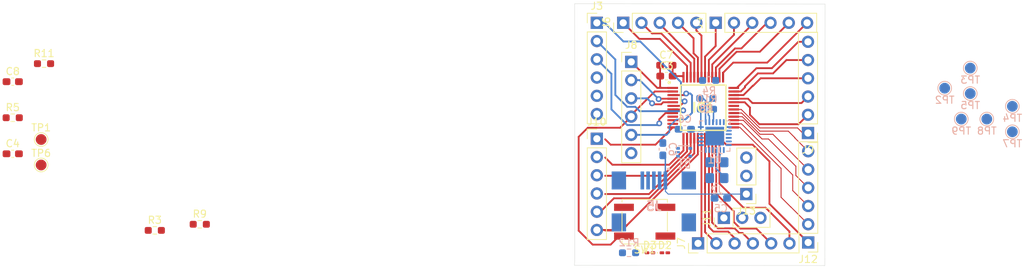
<source format=kicad_pcb>
(kicad_pcb (version 20171130) (host pcbnew 5.1.10)

  (general
    (thickness 1.6)
    (drawings 7)
    (tracks 285)
    (zones 0)
    (modules 43)
    (nets 73)
  )

  (page A4)
  (layers
    (0 F.Cu signal)
    (31 B.Cu signal)
    (32 B.Adhes user)
    (33 F.Adhes user)
    (34 B.Paste user)
    (35 F.Paste user)
    (36 B.SilkS user)
    (37 F.SilkS user)
    (38 B.Mask user)
    (39 F.Mask user)
    (40 Dwgs.User user)
    (41 Cmts.User user)
    (42 Eco1.User user)
    (43 Eco2.User user)
    (44 Edge.Cuts user)
    (45 Margin user)
    (46 B.CrtYd user)
    (47 F.CrtYd user)
    (48 B.Fab user)
    (49 F.Fab user)
  )

  (setup
    (last_trace_width 0.2)
    (user_trace_width 0.128)
    (trace_clearance 0.128)
    (zone_clearance 0.508)
    (zone_45_only no)
    (trace_min 0.128)
    (via_size 0.8)
    (via_drill 0.4)
    (via_min_size 0.4)
    (via_min_drill 0.3)
    (uvia_size 0.3)
    (uvia_drill 0.1)
    (uvias_allowed no)
    (uvia_min_size 0.2)
    (uvia_min_drill 0.1)
    (edge_width 0.05)
    (segment_width 0.2)
    (pcb_text_width 0.3)
    (pcb_text_size 1.5 1.5)
    (mod_edge_width 0.12)
    (mod_text_size 1 1)
    (mod_text_width 0.15)
    (pad_size 1.524 1.524)
    (pad_drill 0.762)
    (pad_to_mask_clearance 0)
    (aux_axis_origin 0 0)
    (visible_elements FFFFFF7F)
    (pcbplotparams
      (layerselection 0x010fc_ffffffff)
      (usegerberextensions false)
      (usegerberattributes true)
      (usegerberadvancedattributes true)
      (creategerberjobfile true)
      (excludeedgelayer true)
      (linewidth 0.100000)
      (plotframeref false)
      (viasonmask false)
      (mode 1)
      (useauxorigin false)
      (hpglpennumber 1)
      (hpglpenspeed 20)
      (hpglpendiameter 15.000000)
      (psnegative false)
      (psa4output false)
      (plotreference true)
      (plotvalue true)
      (plotinvisibletext false)
      (padsonsilk false)
      (subtractmaskfromsilk false)
      (outputformat 1)
      (mirror false)
      (drillshape 1)
      (scaleselection 1)
      (outputdirectory ""))
  )

  (net 0 "")
  (net 1 GND)
  (net 2 +3V3)
  (net 3 RST-SWBTDIO)
  (net 4 +5V)
  (net 5 USB_DP)
  (net 6 USB_DM)
  (net 7 "Net-(D2-Pad1)")
  (net 8 "Net-(D2-Pad2)")
  (net 9 "Net-(D3-Pad2)")
  (net 10 "Net-(D3-Pad1)")
  (net 11 SBWTCK)
  (net 12 TXD_MCU)
  (net 13 RXD_MCU)
  (net 14 P1.6)
  (net 15 P1.7)
  (net 16 P4.3)
  (net 17 P4.4)
  (net 18 P5.3)
  (net 19 P5.4)
  (net 20 P1.0)
  (net 21 P1.1)
  (net 22 I2C_SDA)
  (net 23 I2C_SCL)
  (net 24 P2.2)
  (net 25 P4.5)
  (net 26 P4.6)
  (net 27 P5.5)
  (net 28 P5.6)
  (net 29 P5.7)
  (net 30 P6.0)
  (net 31 P3.0)
  (net 32 P3.3)
  (net 33 P2.3)
  (net 34 P3.4)
  (net 35 P3.1)
  (net 36 P2.4)
  (net 37 P2.5)
  (net 38 P2.6)
  (net 39 "Net-(IC1-Pad31)")
  (net 40 P3.7)
  (net 41 P4.0)
  (net 42 P4.1)
  (net 43 P4.2)
  (net 44 P2.7)
  (net 45 P3.5)
  (net 46 P3.2)
  (net 47 P3.6)
  (net 48 P6.1)
  (net 49 P6.2)
  (net 50 P4.7)
  (net 51 P5.0)
  (net 52 P5.1)
  (net 53 P5.2)
  (net 54 RXD)
  (net 55 TXD)
  (net 56 "Net-(J5-Pad4)")
  (net 57 P2.1)
  (net 58 P2.0)
  (net 59 "Net-(R8-Pad2)")
  (net 60 "Net-(R10-Pad1)")
  (net 61 "Net-(TP2-Pad1)")
  (net 62 "Net-(TP3-Pad1)")
  (net 63 "Net-(TP4-Pad1)")
  (net 64 "Net-(TP5-Pad1)")
  (net 65 "Net-(TP6-Pad1)")
  (net 66 "Net-(TP7-Pad1)")
  (net 67 "Net-(TP8-Pad1)")
  (net 68 "Net-(TP9-Pad1)")
  (net 69 "Net-(U1-Pad10)")
  (net 70 "Net-(U1-Pad15)")
  (net 71 "Net-(U1-Pad16)")
  (net 72 "Net-(U1-Pad17)")

  (net_class Default "This is the default net class."
    (clearance 0.128)
    (trace_width 0.2)
    (via_dia 0.8)
    (via_drill 0.4)
    (uvia_dia 0.3)
    (uvia_drill 0.1)
    (add_net +3V3)
    (add_net +5V)
    (add_net GND)
    (add_net I2C_SCL)
    (add_net I2C_SDA)
    (add_net "Net-(D2-Pad1)")
    (add_net "Net-(D2-Pad2)")
    (add_net "Net-(D3-Pad1)")
    (add_net "Net-(D3-Pad2)")
    (add_net "Net-(IC1-Pad31)")
    (add_net "Net-(J5-Pad4)")
    (add_net "Net-(R10-Pad1)")
    (add_net "Net-(R8-Pad2)")
    (add_net "Net-(TP2-Pad1)")
    (add_net "Net-(TP3-Pad1)")
    (add_net "Net-(TP4-Pad1)")
    (add_net "Net-(TP5-Pad1)")
    (add_net "Net-(TP6-Pad1)")
    (add_net "Net-(TP7-Pad1)")
    (add_net "Net-(TP8-Pad1)")
    (add_net "Net-(TP9-Pad1)")
    (add_net "Net-(U1-Pad10)")
    (add_net "Net-(U1-Pad15)")
    (add_net "Net-(U1-Pad16)")
    (add_net "Net-(U1-Pad17)")
    (add_net P1.0)
    (add_net P1.1)
    (add_net P1.6)
    (add_net P1.7)
    (add_net P2.0)
    (add_net P2.1)
    (add_net P2.2)
    (add_net P2.3)
    (add_net P2.4)
    (add_net P2.5)
    (add_net P2.6)
    (add_net P2.7)
    (add_net P3.0)
    (add_net P3.1)
    (add_net P3.2)
    (add_net P3.3)
    (add_net P3.4)
    (add_net P3.5)
    (add_net P3.6)
    (add_net P3.7)
    (add_net P4.0)
    (add_net P4.1)
    (add_net P4.2)
    (add_net P4.3)
    (add_net P4.4)
    (add_net P4.5)
    (add_net P4.6)
    (add_net P4.7)
    (add_net P5.0)
    (add_net P5.1)
    (add_net P5.2)
    (add_net P5.3)
    (add_net P5.4)
    (add_net P5.5)
    (add_net P5.6)
    (add_net P5.7)
    (add_net P6.0)
    (add_net P6.1)
    (add_net P6.2)
    (add_net RST-SWBTDIO)
    (add_net RXD)
    (add_net RXD_MCU)
    (add_net SBWTCK)
    (add_net TXD)
    (add_net TXD_MCU)
    (add_net USB_DM)
    (add_net USB_DP)
  )

  (module SamacSys_Parts:QFP50P900X900X160-48N (layer F.Cu) (tedit 0) (tstamp 619F0A12)
    (at 150.9014 72.7964)
    (descr "PT (S-PQFP-G48)----")
    (tags "Integrated Circuit")
    (path /619E96CB)
    (attr smd)
    (fp_text reference IC1 (at 0 0) (layer F.SilkS)
      (effects (font (size 1.27 1.27) (thickness 0.254)))
    )
    (fp_text value MSP430FR2476TPTR (at 0 0) (layer F.SilkS) hide
      (effects (font (size 1.27 1.27) (thickness 0.254)))
    )
    (fp_line (start -5.225 -5.225) (end 5.225 -5.225) (layer F.CrtYd) (width 0.05))
    (fp_line (start 5.225 -5.225) (end 5.225 5.225) (layer F.CrtYd) (width 0.05))
    (fp_line (start 5.225 5.225) (end -5.225 5.225) (layer F.CrtYd) (width 0.05))
    (fp_line (start -5.225 5.225) (end -5.225 -5.225) (layer F.CrtYd) (width 0.05))
    (fp_line (start -3.5 -3.5) (end 3.5 -3.5) (layer F.Fab) (width 0.1))
    (fp_line (start 3.5 -3.5) (end 3.5 3.5) (layer F.Fab) (width 0.1))
    (fp_line (start 3.5 3.5) (end -3.5 3.5) (layer F.Fab) (width 0.1))
    (fp_line (start -3.5 3.5) (end -3.5 -3.5) (layer F.Fab) (width 0.1))
    (fp_line (start -3.5 -3) (end -3 -3.5) (layer F.Fab) (width 0.1))
    (fp_line (start -3.15 -3.15) (end 3.15 -3.15) (layer F.SilkS) (width 0.2))
    (fp_line (start 3.15 -3.15) (end 3.15 3.15) (layer F.SilkS) (width 0.2))
    (fp_line (start 3.15 3.15) (end -3.15 3.15) (layer F.SilkS) (width 0.2))
    (fp_line (start -3.15 3.15) (end -3.15 -3.15) (layer F.SilkS) (width 0.2))
    (fp_circle (center -4.725 -3.5) (end -4.725 -3.375) (layer F.SilkS) (width 0.25))
    (fp_text user %R (at 0 0) (layer F.Fab)
      (effects (font (size 1.27 1.27) (thickness 0.254)))
    )
    (pad 1 smd rect (at -4.238 -2.75 90) (size 0.3 1.475) (layers F.Cu F.Paste F.Mask)
      (net 2 +3V3))
    (pad 2 smd rect (at -4.238 -2.25 90) (size 0.3 1.475) (layers F.Cu F.Paste F.Mask)
      (net 3 RST-SWBTDIO))
    (pad 3 smd rect (at -4.238 -1.75 90) (size 0.3 1.475) (layers F.Cu F.Paste F.Mask)
      (net 11 SBWTCK))
    (pad 4 smd rect (at -4.238 -1.25 90) (size 0.3 1.475) (layers F.Cu F.Paste F.Mask)
      (net 12 TXD_MCU))
    (pad 5 smd rect (at -4.238 -0.75 90) (size 0.3 1.475) (layers F.Cu F.Paste F.Mask)
      (net 13 RXD_MCU))
    (pad 6 smd rect (at -4.238 -0.25 90) (size 0.3 1.475) (layers F.Cu F.Paste F.Mask)
      (net 14 P1.6))
    (pad 7 smd rect (at -4.238 0.25 90) (size 0.3 1.475) (layers F.Cu F.Paste F.Mask)
      (net 15 P1.7))
    (pad 8 smd rect (at -4.238 0.75 90) (size 0.3 1.475) (layers F.Cu F.Paste F.Mask)
      (net 16 P4.3))
    (pad 9 smd rect (at -4.238 1.25 90) (size 0.3 1.475) (layers F.Cu F.Paste F.Mask)
      (net 17 P4.4))
    (pad 10 smd rect (at -4.238 1.75 90) (size 0.3 1.475) (layers F.Cu F.Paste F.Mask)
      (net 18 P5.3))
    (pad 11 smd rect (at -4.238 2.25 90) (size 0.3 1.475) (layers F.Cu F.Paste F.Mask)
      (net 19 P5.4))
    (pad 12 smd rect (at -4.238 2.75 90) (size 0.3 1.475) (layers F.Cu F.Paste F.Mask)
      (net 20 P1.0))
    (pad 13 smd rect (at -2.75 4.238) (size 0.3 1.475) (layers F.Cu F.Paste F.Mask)
      (net 21 P1.1))
    (pad 14 smd rect (at -2.25 4.238) (size 0.3 1.475) (layers F.Cu F.Paste F.Mask)
      (net 22 I2C_SDA))
    (pad 15 smd rect (at -1.75 4.238) (size 0.3 1.475) (layers F.Cu F.Paste F.Mask)
      (net 23 I2C_SCL))
    (pad 16 smd rect (at -1.25 4.238) (size 0.3 1.475) (layers F.Cu F.Paste F.Mask)
      (net 24 P2.2))
    (pad 17 smd rect (at -0.75 4.238) (size 0.3 1.475) (layers F.Cu F.Paste F.Mask)
      (net 25 P4.5))
    (pad 18 smd rect (at -0.25 4.238) (size 0.3 1.475) (layers F.Cu F.Paste F.Mask)
      (net 26 P4.6))
    (pad 19 smd rect (at 0.25 4.238) (size 0.3 1.475) (layers F.Cu F.Paste F.Mask)
      (net 27 P5.5))
    (pad 20 smd rect (at 0.75 4.238) (size 0.3 1.475) (layers F.Cu F.Paste F.Mask)
      (net 28 P5.6))
    (pad 21 smd rect (at 1.25 4.238) (size 0.3 1.475) (layers F.Cu F.Paste F.Mask)
      (net 29 P5.7))
    (pad 22 smd rect (at 1.75 4.238) (size 0.3 1.475) (layers F.Cu F.Paste F.Mask)
      (net 30 P6.0))
    (pad 23 smd rect (at 2.25 4.238) (size 0.3 1.475) (layers F.Cu F.Paste F.Mask)
      (net 31 P3.0))
    (pad 24 smd rect (at 2.75 4.238) (size 0.3 1.475) (layers F.Cu F.Paste F.Mask)
      (net 32 P3.3))
    (pad 25 smd rect (at 4.238 2.75 90) (size 0.3 1.475) (layers F.Cu F.Paste F.Mask)
      (net 33 P2.3))
    (pad 26 smd rect (at 4.238 2.25 90) (size 0.3 1.475) (layers F.Cu F.Paste F.Mask)
      (net 34 P3.4))
    (pad 27 smd rect (at 4.238 1.75 90) (size 0.3 1.475) (layers F.Cu F.Paste F.Mask)
      (net 35 P3.1))
    (pad 28 smd rect (at 4.238 1.25 90) (size 0.3 1.475) (layers F.Cu F.Paste F.Mask)
      (net 36 P2.4))
    (pad 29 smd rect (at 4.238 0.75 90) (size 0.3 1.475) (layers F.Cu F.Paste F.Mask)
      (net 37 P2.5))
    (pad 30 smd rect (at 4.238 0.25 90) (size 0.3 1.475) (layers F.Cu F.Paste F.Mask)
      (net 38 P2.6))
    (pad 31 smd rect (at 4.238 -0.25 90) (size 0.3 1.475) (layers F.Cu F.Paste F.Mask)
      (net 39 "Net-(IC1-Pad31)"))
    (pad 32 smd rect (at 4.238 -0.75 90) (size 0.3 1.475) (layers F.Cu F.Paste F.Mask)
      (net 40 P3.7))
    (pad 33 smd rect (at 4.238 -1.25 90) (size 0.3 1.475) (layers F.Cu F.Paste F.Mask)
      (net 41 P4.0))
    (pad 34 smd rect (at 4.238 -1.75 90) (size 0.3 1.475) (layers F.Cu F.Paste F.Mask)
      (net 42 P4.1))
    (pad 35 smd rect (at 4.238 -2.25 90) (size 0.3 1.475) (layers F.Cu F.Paste F.Mask)
      (net 43 P4.2))
    (pad 36 smd rect (at 4.238 -2.75 90) (size 0.3 1.475) (layers F.Cu F.Paste F.Mask)
      (net 44 P2.7))
    (pad 37 smd rect (at 2.75 -4.238) (size 0.3 1.475) (layers F.Cu F.Paste F.Mask)
      (net 45 P3.5))
    (pad 38 smd rect (at 2.25 -4.238) (size 0.3 1.475) (layers F.Cu F.Paste F.Mask)
      (net 46 P3.2))
    (pad 39 smd rect (at 1.75 -4.238) (size 0.3 1.475) (layers F.Cu F.Paste F.Mask)
      (net 47 P3.6))
    (pad 40 smd rect (at 1.25 -4.238) (size 0.3 1.475) (layers F.Cu F.Paste F.Mask)
      (net 48 P6.1))
    (pad 41 smd rect (at 0.75 -4.238) (size 0.3 1.475) (layers F.Cu F.Paste F.Mask)
      (net 49 P6.2))
    (pad 42 smd rect (at 0.25 -4.238) (size 0.3 1.475) (layers F.Cu F.Paste F.Mask)
      (net 50 P4.7))
    (pad 43 smd rect (at -0.25 -4.238) (size 0.3 1.475) (layers F.Cu F.Paste F.Mask)
      (net 51 P5.0))
    (pad 44 smd rect (at -0.75 -4.238) (size 0.3 1.475) (layers F.Cu F.Paste F.Mask)
      (net 52 P5.1))
    (pad 45 smd rect (at -1.25 -4.238) (size 0.3 1.475) (layers F.Cu F.Paste F.Mask)
      (net 53 P5.2))
    (pad 46 smd rect (at -1.75 -4.238) (size 0.3 1.475) (layers F.Cu F.Paste F.Mask)
      (net 58 P2.0))
    (pad 47 smd rect (at -2.25 -4.238) (size 0.3 1.475) (layers F.Cu F.Paste F.Mask)
      (net 57 P2.1))
    (pad 48 smd rect (at -2.75 -4.238) (size 0.3 1.475) (layers F.Cu F.Paste F.Mask)
      (net 1 GND))
    (model "C:\\Users\\vicvo\\Documents\\pee20_schematische tekeningen\\Volledige tekening\\Robot volledig\\Libs\\SamacSys_Parts.3dshapes\\MSP430FR2476TPTR.stp"
      (at (xyz 0 0 0))
      (scale (xyz 1 1 1))
      (rotate (xyz 0 0 0))
    )
  )

  (module Capacitor_SMD:C_0603_1608Metric_Pad1.08x0.95mm_HandSolder (layer F.Cu) (tedit 5F68FEEF) (tstamp 619F092C)
    (at 145.7844 68.39966)
    (descr "Capacitor SMD 0603 (1608 Metric), square (rectangular) end terminal, IPC_7351 nominal with elongated pad for handsoldering. (Body size source: IPC-SM-782 page 76, https://www.pcb-3d.com/wordpress/wp-content/uploads/ipc-sm-782a_amendment_1_and_2.pdf), generated with kicad-footprint-generator")
    (tags "capacitor handsolder")
    (path /61B341B6)
    (attr smd)
    (fp_text reference C3 (at 0 -1.43) (layer F.SilkS)
      (effects (font (size 1 1) (thickness 0.15)))
    )
    (fp_text value 10u (at 0 1.43) (layer F.Fab)
      (effects (font (size 1 1) (thickness 0.15)))
    )
    (fp_line (start -0.8 0.4) (end -0.8 -0.4) (layer F.Fab) (width 0.1))
    (fp_line (start -0.8 -0.4) (end 0.8 -0.4) (layer F.Fab) (width 0.1))
    (fp_line (start 0.8 -0.4) (end 0.8 0.4) (layer F.Fab) (width 0.1))
    (fp_line (start 0.8 0.4) (end -0.8 0.4) (layer F.Fab) (width 0.1))
    (fp_line (start -0.146267 -0.51) (end 0.146267 -0.51) (layer F.SilkS) (width 0.12))
    (fp_line (start -0.146267 0.51) (end 0.146267 0.51) (layer F.SilkS) (width 0.12))
    (fp_line (start -1.65 0.73) (end -1.65 -0.73) (layer F.CrtYd) (width 0.05))
    (fp_line (start -1.65 -0.73) (end 1.65 -0.73) (layer F.CrtYd) (width 0.05))
    (fp_line (start 1.65 -0.73) (end 1.65 0.73) (layer F.CrtYd) (width 0.05))
    (fp_line (start 1.65 0.73) (end -1.65 0.73) (layer F.CrtYd) (width 0.05))
    (fp_text user %R (at 0 0) (layer F.Fab)
      (effects (font (size 0.4 0.4) (thickness 0.06)))
    )
    (pad 1 smd roundrect (at -0.8625 0) (size 1.075 0.95) (layers F.Cu F.Paste F.Mask) (roundrect_rratio 0.25)
      (net 2 +3V3))
    (pad 2 smd roundrect (at 0.8625 0) (size 1.075 0.95) (layers F.Cu F.Paste F.Mask) (roundrect_rratio 0.25)
      (net 1 GND))
    (model ${KISYS3DMOD}/Capacitor_SMD.3dshapes/C_0603_1608Metric.wrl
      (at (xyz 0 0 0))
      (scale (xyz 1 1 1))
      (rotate (xyz 0 0 0))
    )
  )

  (module Capacitor_SMD:C_0603_1608Metric_Pad1.08x0.95mm_HandSolder (layer F.Cu) (tedit 5F68FEEF) (tstamp 619F093D)
    (at 54.947001 79.218001)
    (descr "Capacitor SMD 0603 (1608 Metric), square (rectangular) end terminal, IPC_7351 nominal with elongated pad for handsoldering. (Body size source: IPC-SM-782 page 76, https://www.pcb-3d.com/wordpress/wp-content/uploads/ipc-sm-782a_amendment_1_and_2.pdf), generated with kicad-footprint-generator")
    (tags "capacitor handsolder")
    (path /61B58E8A)
    (attr smd)
    (fp_text reference C4 (at 0 -1.43) (layer F.SilkS)
      (effects (font (size 1 1) (thickness 0.15)))
    )
    (fp_text value 1nF (at 0 1.43) (layer F.Fab)
      (effects (font (size 1 1) (thickness 0.15)))
    )
    (fp_line (start 1.65 0.73) (end -1.65 0.73) (layer F.CrtYd) (width 0.05))
    (fp_line (start 1.65 -0.73) (end 1.65 0.73) (layer F.CrtYd) (width 0.05))
    (fp_line (start -1.65 -0.73) (end 1.65 -0.73) (layer F.CrtYd) (width 0.05))
    (fp_line (start -1.65 0.73) (end -1.65 -0.73) (layer F.CrtYd) (width 0.05))
    (fp_line (start -0.146267 0.51) (end 0.146267 0.51) (layer F.SilkS) (width 0.12))
    (fp_line (start -0.146267 -0.51) (end 0.146267 -0.51) (layer F.SilkS) (width 0.12))
    (fp_line (start 0.8 0.4) (end -0.8 0.4) (layer F.Fab) (width 0.1))
    (fp_line (start 0.8 -0.4) (end 0.8 0.4) (layer F.Fab) (width 0.1))
    (fp_line (start -0.8 -0.4) (end 0.8 -0.4) (layer F.Fab) (width 0.1))
    (fp_line (start -0.8 0.4) (end -0.8 -0.4) (layer F.Fab) (width 0.1))
    (fp_text user %R (at 0 0) (layer F.Fab)
      (effects (font (size 0.4 0.4) (thickness 0.06)))
    )
    (pad 2 smd roundrect (at 0.8625 0) (size 1.075 0.95) (layers F.Cu F.Paste F.Mask) (roundrect_rratio 0.25)
      (net 1 GND))
    (pad 1 smd roundrect (at -0.8625 0) (size 1.075 0.95) (layers F.Cu F.Paste F.Mask) (roundrect_rratio 0.25)
      (net 3 RST-SWBTDIO))
    (model ${KISYS3DMOD}/Capacitor_SMD.3dshapes/C_0603_1608Metric.wrl
      (at (xyz 0 0 0))
      (scale (xyz 1 1 1))
      (rotate (xyz 0 0 0))
    )
  )

  (module Capacitor_SMD:C_0603_1608Metric_Pad1.08x0.95mm_HandSolder (layer B.Cu) (tedit 5F68FEEF) (tstamp 619F094E)
    (at 153.3375 85.4)
    (descr "Capacitor SMD 0603 (1608 Metric), square (rectangular) end terminal, IPC_7351 nominal with elongated pad for handsoldering. (Body size source: IPC-SM-782 page 76, https://www.pcb-3d.com/wordpress/wp-content/uploads/ipc-sm-782a_amendment_1_and_2.pdf), generated with kicad-footprint-generator")
    (tags "capacitor handsolder")
    (path /61B33DF9)
    (attr smd)
    (fp_text reference C5 (at 0 1.43) (layer B.SilkS)
      (effects (font (size 1 1) (thickness 0.15)) (justify mirror))
    )
    (fp_text value 100n (at 0 -1.43) (layer B.Fab)
      (effects (font (size 1 1) (thickness 0.15)) (justify mirror))
    )
    (fp_line (start -0.8 -0.4) (end -0.8 0.4) (layer B.Fab) (width 0.1))
    (fp_line (start -0.8 0.4) (end 0.8 0.4) (layer B.Fab) (width 0.1))
    (fp_line (start 0.8 0.4) (end 0.8 -0.4) (layer B.Fab) (width 0.1))
    (fp_line (start 0.8 -0.4) (end -0.8 -0.4) (layer B.Fab) (width 0.1))
    (fp_line (start -0.146267 0.51) (end 0.146267 0.51) (layer B.SilkS) (width 0.12))
    (fp_line (start -0.146267 -0.51) (end 0.146267 -0.51) (layer B.SilkS) (width 0.12))
    (fp_line (start -1.65 -0.73) (end -1.65 0.73) (layer B.CrtYd) (width 0.05))
    (fp_line (start -1.65 0.73) (end 1.65 0.73) (layer B.CrtYd) (width 0.05))
    (fp_line (start 1.65 0.73) (end 1.65 -0.73) (layer B.CrtYd) (width 0.05))
    (fp_line (start 1.65 -0.73) (end -1.65 -0.73) (layer B.CrtYd) (width 0.05))
    (fp_text user %R (at 0 0) (layer B.Fab)
      (effects (font (size 0.4 0.4) (thickness 0.06)) (justify mirror))
    )
    (pad 1 smd roundrect (at -0.8625 0) (size 1.075 0.95) (layers B.Cu B.Paste B.Mask) (roundrect_rratio 0.25)
      (net 2 +3V3))
    (pad 2 smd roundrect (at 0.8625 0) (size 1.075 0.95) (layers B.Cu B.Paste B.Mask) (roundrect_rratio 0.25)
      (net 1 GND))
    (model ${KISYS3DMOD}/Capacitor_SMD.3dshapes/C_0603_1608Metric.wrl
      (at (xyz 0 0 0))
      (scale (xyz 1 1 1))
      (rotate (xyz 0 0 0))
    )
  )

  (module Capacitor_SMD:C_0603_1608Metric_Pad1.08x0.95mm_HandSolder (layer B.Cu) (tedit 5F68FEEF) (tstamp 619F095F)
    (at 148.3375 75.8 180)
    (descr "Capacitor SMD 0603 (1608 Metric), square (rectangular) end terminal, IPC_7351 nominal with elongated pad for handsoldering. (Body size source: IPC-SM-782 page 76, https://www.pcb-3d.com/wordpress/wp-content/uploads/ipc-sm-782a_amendment_1_and_2.pdf), generated with kicad-footprint-generator")
    (tags "capacitor handsolder")
    (path /61A288DA)
    (attr smd)
    (fp_text reference C6 (at 0 1.43) (layer B.SilkS)
      (effects (font (size 1 1) (thickness 0.15)) (justify mirror))
    )
    (fp_text value 4.7u (at 0 -1.43) (layer B.Fab)
      (effects (font (size 1 1) (thickness 0.15)) (justify mirror))
    )
    (fp_line (start 1.65 -0.73) (end -1.65 -0.73) (layer B.CrtYd) (width 0.05))
    (fp_line (start 1.65 0.73) (end 1.65 -0.73) (layer B.CrtYd) (width 0.05))
    (fp_line (start -1.65 0.73) (end 1.65 0.73) (layer B.CrtYd) (width 0.05))
    (fp_line (start -1.65 -0.73) (end -1.65 0.73) (layer B.CrtYd) (width 0.05))
    (fp_line (start -0.146267 -0.51) (end 0.146267 -0.51) (layer B.SilkS) (width 0.12))
    (fp_line (start -0.146267 0.51) (end 0.146267 0.51) (layer B.SilkS) (width 0.12))
    (fp_line (start 0.8 -0.4) (end -0.8 -0.4) (layer B.Fab) (width 0.1))
    (fp_line (start 0.8 0.4) (end 0.8 -0.4) (layer B.Fab) (width 0.1))
    (fp_line (start -0.8 0.4) (end 0.8 0.4) (layer B.Fab) (width 0.1))
    (fp_line (start -0.8 -0.4) (end -0.8 0.4) (layer B.Fab) (width 0.1))
    (fp_text user %R (at 0 0) (layer B.Fab)
      (effects (font (size 0.4 0.4) (thickness 0.06)) (justify mirror))
    )
    (pad 2 smd roundrect (at 0.8625 0 180) (size 1.075 0.95) (layers B.Cu B.Paste B.Mask) (roundrect_rratio 0.25)
      (net 1 GND))
    (pad 1 smd roundrect (at -0.8625 0 180) (size 1.075 0.95) (layers B.Cu B.Paste B.Mask) (roundrect_rratio 0.25)
      (net 2 +3V3))
    (model ${KISYS3DMOD}/Capacitor_SMD.3dshapes/C_0603_1608Metric.wrl
      (at (xyz 0 0 0))
      (scale (xyz 1 1 1))
      (rotate (xyz 0 0 0))
    )
  )

  (module Capacitor_SMD:C_0603_1608Metric_Pad1.08x0.95mm_HandSolder (layer F.Cu) (tedit 5F68FEEF) (tstamp 619F0970)
    (at 145.7706 66.8909)
    (descr "Capacitor SMD 0603 (1608 Metric), square (rectangular) end terminal, IPC_7351 nominal with elongated pad for handsoldering. (Body size source: IPC-SM-782 page 76, https://www.pcb-3d.com/wordpress/wp-content/uploads/ipc-sm-782a_amendment_1_and_2.pdf), generated with kicad-footprint-generator")
    (tags "capacitor handsolder")
    (path /61A288D4)
    (attr smd)
    (fp_text reference C7 (at 0 -1.43) (layer F.SilkS)
      (effects (font (size 1 1) (thickness 0.15)))
    )
    (fp_text value 100n (at 0 1.43) (layer F.Fab)
      (effects (font (size 1 1) (thickness 0.15)))
    )
    (fp_line (start 1.65 0.73) (end -1.65 0.73) (layer F.CrtYd) (width 0.05))
    (fp_line (start 1.65 -0.73) (end 1.65 0.73) (layer F.CrtYd) (width 0.05))
    (fp_line (start -1.65 -0.73) (end 1.65 -0.73) (layer F.CrtYd) (width 0.05))
    (fp_line (start -1.65 0.73) (end -1.65 -0.73) (layer F.CrtYd) (width 0.05))
    (fp_line (start -0.146267 0.51) (end 0.146267 0.51) (layer F.SilkS) (width 0.12))
    (fp_line (start -0.146267 -0.51) (end 0.146267 -0.51) (layer F.SilkS) (width 0.12))
    (fp_line (start 0.8 0.4) (end -0.8 0.4) (layer F.Fab) (width 0.1))
    (fp_line (start 0.8 -0.4) (end 0.8 0.4) (layer F.Fab) (width 0.1))
    (fp_line (start -0.8 -0.4) (end 0.8 -0.4) (layer F.Fab) (width 0.1))
    (fp_line (start -0.8 0.4) (end -0.8 -0.4) (layer F.Fab) (width 0.1))
    (fp_text user %R (at 0 0) (layer F.Fab)
      (effects (font (size 0.4 0.4) (thickness 0.06)))
    )
    (pad 2 smd roundrect (at 0.8625 0) (size 1.075 0.95) (layers F.Cu F.Paste F.Mask) (roundrect_rratio 0.25)
      (net 1 GND))
    (pad 1 smd roundrect (at -0.8625 0) (size 1.075 0.95) (layers F.Cu F.Paste F.Mask) (roundrect_rratio 0.25)
      (net 2 +3V3))
    (model ${KISYS3DMOD}/Capacitor_SMD.3dshapes/C_0603_1608Metric.wrl
      (at (xyz 0 0 0))
      (scale (xyz 1 1 1))
      (rotate (xyz 0 0 0))
    )
  )

  (module Capacitor_SMD:C_0603_1608Metric_Pad1.08x0.95mm_HandSolder (layer F.Cu) (tedit 5F68FEEF) (tstamp 619F0981)
    (at 54.947001 69.178001)
    (descr "Capacitor SMD 0603 (1608 Metric), square (rectangular) end terminal, IPC_7351 nominal with elongated pad for handsoldering. (Body size source: IPC-SM-782 page 76, https://www.pcb-3d.com/wordpress/wp-content/uploads/ipc-sm-782a_amendment_1_and_2.pdf), generated with kicad-footprint-generator")
    (tags "capacitor handsolder")
    (path /61A243AC)
    (attr smd)
    (fp_text reference C8 (at 0 -1.43) (layer F.SilkS)
      (effects (font (size 1 1) (thickness 0.15)))
    )
    (fp_text value 4.7u (at 0 1.43) (layer F.Fab)
      (effects (font (size 1 1) (thickness 0.15)))
    )
    (fp_line (start -0.8 0.4) (end -0.8 -0.4) (layer F.Fab) (width 0.1))
    (fp_line (start -0.8 -0.4) (end 0.8 -0.4) (layer F.Fab) (width 0.1))
    (fp_line (start 0.8 -0.4) (end 0.8 0.4) (layer F.Fab) (width 0.1))
    (fp_line (start 0.8 0.4) (end -0.8 0.4) (layer F.Fab) (width 0.1))
    (fp_line (start -0.146267 -0.51) (end 0.146267 -0.51) (layer F.SilkS) (width 0.12))
    (fp_line (start -0.146267 0.51) (end 0.146267 0.51) (layer F.SilkS) (width 0.12))
    (fp_line (start -1.65 0.73) (end -1.65 -0.73) (layer F.CrtYd) (width 0.05))
    (fp_line (start -1.65 -0.73) (end 1.65 -0.73) (layer F.CrtYd) (width 0.05))
    (fp_line (start 1.65 -0.73) (end 1.65 0.73) (layer F.CrtYd) (width 0.05))
    (fp_line (start 1.65 0.73) (end -1.65 0.73) (layer F.CrtYd) (width 0.05))
    (fp_text user %R (at 0 0) (layer F.Fab)
      (effects (font (size 0.4 0.4) (thickness 0.06)))
    )
    (pad 1 smd roundrect (at -0.8625 0) (size 1.075 0.95) (layers F.Cu F.Paste F.Mask) (roundrect_rratio 0.25)
      (net 4 +5V))
    (pad 2 smd roundrect (at 0.8625 0) (size 1.075 0.95) (layers F.Cu F.Paste F.Mask) (roundrect_rratio 0.25)
      (net 1 GND))
    (model ${KISYS3DMOD}/Capacitor_SMD.3dshapes/C_0603_1608Metric.wrl
      (at (xyz 0 0 0))
      (scale (xyz 1 1 1))
      (rotate (xyz 0 0 0))
    )
  )

  (module Capacitor_SMD:C_0603_1608Metric_Pad1.08x0.95mm_HandSolder (layer B.Cu) (tedit 5F68FEEF) (tstamp 619F0992)
    (at 145.28546 78.5749 90)
    (descr "Capacitor SMD 0603 (1608 Metric), square (rectangular) end terminal, IPC_7351 nominal with elongated pad for handsoldering. (Body size source: IPC-SM-782 page 76, https://www.pcb-3d.com/wordpress/wp-content/uploads/ipc-sm-782a_amendment_1_and_2.pdf), generated with kicad-footprint-generator")
    (tags "capacitor handsolder")
    (path /61A23E83)
    (attr smd)
    (fp_text reference C9 (at 0 1.43 270) (layer B.SilkS)
      (effects (font (size 1 1) (thickness 0.15)) (justify mirror))
    )
    (fp_text value 100n (at 0 -1.43 270) (layer B.Fab)
      (effects (font (size 1 1) (thickness 0.15)) (justify mirror))
    )
    (fp_line (start 1.65 -0.73) (end -1.65 -0.73) (layer B.CrtYd) (width 0.05))
    (fp_line (start 1.65 0.73) (end 1.65 -0.73) (layer B.CrtYd) (width 0.05))
    (fp_line (start -1.65 0.73) (end 1.65 0.73) (layer B.CrtYd) (width 0.05))
    (fp_line (start -1.65 -0.73) (end -1.65 0.73) (layer B.CrtYd) (width 0.05))
    (fp_line (start -0.146267 -0.51) (end 0.146267 -0.51) (layer B.SilkS) (width 0.12))
    (fp_line (start -0.146267 0.51) (end 0.146267 0.51) (layer B.SilkS) (width 0.12))
    (fp_line (start 0.8 -0.4) (end -0.8 -0.4) (layer B.Fab) (width 0.1))
    (fp_line (start 0.8 0.4) (end 0.8 -0.4) (layer B.Fab) (width 0.1))
    (fp_line (start -0.8 0.4) (end 0.8 0.4) (layer B.Fab) (width 0.1))
    (fp_line (start -0.8 -0.4) (end -0.8 0.4) (layer B.Fab) (width 0.1))
    (fp_text user %R (at 0 0 270) (layer B.Fab)
      (effects (font (size 0.4 0.4) (thickness 0.06)) (justify mirror))
    )
    (pad 2 smd roundrect (at 0.8625 0 90) (size 1.075 0.95) (layers B.Cu B.Paste B.Mask) (roundrect_rratio 0.25)
      (net 1 GND))
    (pad 1 smd roundrect (at -0.8625 0 90) (size 1.075 0.95) (layers B.Cu B.Paste B.Mask) (roundrect_rratio 0.25)
      (net 4 +5V))
    (model ${KISYS3DMOD}/Capacitor_SMD.3dshapes/C_0603_1608Metric.wrl
      (at (xyz 0 0 0))
      (scale (xyz 1 1 1))
      (rotate (xyz 0 0 0))
    )
  )

  (module Package_TO_SOT_SMD:SOT-665 (layer B.Cu) (tedit 5A02FF57) (tstamp 619F09A7)
    (at 148.25 79)
    (descr SOT665)
    (tags SOT-665)
    (path /61A71993)
    (attr smd)
    (fp_text reference D1 (at 0 1.75) (layer B.SilkS)
      (effects (font (size 1 1) (thickness 0.15)) (justify mirror))
    )
    (fp_text value PESD5V0L4UW (at 0 -1.75 -180) (layer B.Fab)
      (effects (font (size 1 1) (thickness 0.15)) (justify mirror))
    )
    (fp_line (start -0.65 0.53) (end -0.33 0.85) (layer B.Fab) (width 0.1))
    (fp_line (start 0.8 0.9) (end -1.1 0.9) (layer B.SilkS) (width 0.12))
    (fp_line (start -0.8 -0.9) (end 0.8 -0.9) (layer B.SilkS) (width 0.12))
    (fp_line (start -1.5 1.1) (end 1.4 1.1) (layer B.CrtYd) (width 0.05))
    (fp_line (start 0.65 0.85) (end -0.33 0.85) (layer B.Fab) (width 0.1))
    (fp_line (start -0.65 0.51) (end -0.65 -0.85) (layer B.Fab) (width 0.1))
    (fp_line (start -1.5 -1.1) (end 1.4 -1.1) (layer B.CrtYd) (width 0.05))
    (fp_line (start 0.65 0.85) (end 0.65 -0.85) (layer B.Fab) (width 0.1))
    (fp_line (start 0.65 -0.85) (end -0.65 -0.85) (layer B.Fab) (width 0.1))
    (fp_line (start -1.5 1.1) (end -1.5 -1.1) (layer B.CrtYd) (width 0.05))
    (fp_line (start 1.4 -1.1) (end 1.4 1.1) (layer B.CrtYd) (width 0.05))
    (fp_text user %R (at 0 0 -90) (layer B.Fab)
      (effects (font (size 0.5 0.5) (thickness 0.075)) (justify mirror))
    )
    (pad 1 smd rect (at -0.85 0.54) (size 0.5 0.38) (layers B.Cu B.Paste B.Mask)
      (net 4 +5V))
    (pad 3 smd rect (at -0.85 -0.54) (size 0.5 0.38) (layers B.Cu B.Paste B.Mask)
      (net 5 USB_DP))
    (pad 2 smd rect (at -0.93 0) (size 0.65 0.3) (layers B.Cu B.Paste B.Mask)
      (net 1 GND))
    (pad 4 smd rect (at 0.85 -0.54) (size 0.5 0.38) (layers B.Cu B.Paste B.Mask)
      (net 6 USB_DM))
    (pad 5 smd rect (at 0.85 0.54) (size 0.5 0.38) (layers B.Cu B.Paste B.Mask))
    (model ${KISYS3DMOD}/Package_TO_SOT_SMD.3dshapes/SOT-665.wrl
      (at (xyz 0 0 0))
      (scale (xyz 1 1 1))
      (rotate (xyz 0 0 0))
    )
  )

  (module LED_SMD:LED_0201_0603Metric_Pad0.64x0.40mm_HandSolder (layer F.Cu) (tedit 5F6BBF83) (tstamp 619F09BB)
    (at 145.5675 93)
    (descr "LED SMD 0201 (0603 Metric), square (rectangular) end terminal, IPC_7351 nominal, (Body size source: https://www.vishay.com/docs/20052/crcw0201e3.pdf), generated with kicad-footprint-generator")
    (tags "LED handsolder")
    (path /61AA60A9)
    (attr smd)
    (fp_text reference D2 (at 0 -1.05) (layer F.SilkS)
      (effects (font (size 1 1) (thickness 0.15)))
    )
    (fp_text value TX (at 0 1.05) (layer F.Fab)
      (effects (font (size 1 1) (thickness 0.15)))
    )
    (fp_circle (center -1.035 0) (end -0.985 0) (layer F.SilkS) (width 0.1))
    (fp_line (start -0.3 0.15) (end -0.3 -0.15) (layer F.Fab) (width 0.1))
    (fp_line (start -0.3 -0.15) (end 0.3 -0.15) (layer F.Fab) (width 0.1))
    (fp_line (start 0.3 -0.15) (end 0.3 0.15) (layer F.Fab) (width 0.1))
    (fp_line (start 0.3 0.15) (end -0.3 0.15) (layer F.Fab) (width 0.1))
    (fp_line (start -0.2 0.15) (end -0.2 -0.15) (layer F.Fab) (width 0.1))
    (fp_line (start -0.1 0.15) (end -0.1 -0.15) (layer F.Fab) (width 0.1))
    (fp_line (start -0.88 0.35) (end -0.88 -0.35) (layer F.CrtYd) (width 0.05))
    (fp_line (start -0.88 -0.35) (end 0.88 -0.35) (layer F.CrtYd) (width 0.05))
    (fp_line (start 0.88 -0.35) (end 0.88 0.35) (layer F.CrtYd) (width 0.05))
    (fp_line (start 0.88 0.35) (end -0.88 0.35) (layer F.CrtYd) (width 0.05))
    (fp_text user %R (at 0 -0.68) (layer F.Fab)
      (effects (font (size 0.25 0.25) (thickness 0.04)))
    )
    (pad "" smd roundrect (at -0.4325 0) (size 0.458 0.36) (layers F.Paste) (roundrect_rratio 0.25))
    (pad "" smd roundrect (at 0.4325 0) (size 0.458 0.36) (layers F.Paste) (roundrect_rratio 0.25))
    (pad 1 smd roundrect (at -0.4075 0) (size 0.635 0.4) (layers F.Cu F.Mask) (roundrect_rratio 0.25)
      (net 7 "Net-(D2-Pad1)"))
    (pad 2 smd roundrect (at 0.4075 0) (size 0.635 0.4) (layers F.Cu F.Mask) (roundrect_rratio 0.25)
      (net 8 "Net-(D2-Pad2)"))
    (model ${KISYS3DMOD}/LED_SMD.3dshapes/LED_0201_0603Metric.wrl
      (at (xyz 0 0 0))
      (scale (xyz 1 1 1))
      (rotate (xyz 0 0 0))
    )
  )

  (module LED_SMD:LED_0201_0603Metric_Pad0.64x0.40mm_HandSolder (layer F.Cu) (tedit 5F6BBF83) (tstamp 619F09CF)
    (at 143.5 93)
    (descr "LED SMD 0201 (0603 Metric), square (rectangular) end terminal, IPC_7351 nominal, (Body size source: https://www.vishay.com/docs/20052/crcw0201e3.pdf), generated with kicad-footprint-generator")
    (tags "LED handsolder")
    (path /61AA4B22)
    (attr smd)
    (fp_text reference D3 (at 0 -1.05) (layer F.SilkS)
      (effects (font (size 1 1) (thickness 0.15)))
    )
    (fp_text value RX (at 0 1.05) (layer F.Fab)
      (effects (font (size 1 1) (thickness 0.15)))
    )
    (fp_line (start 0.88 0.35) (end -0.88 0.35) (layer F.CrtYd) (width 0.05))
    (fp_line (start 0.88 -0.35) (end 0.88 0.35) (layer F.CrtYd) (width 0.05))
    (fp_line (start -0.88 -0.35) (end 0.88 -0.35) (layer F.CrtYd) (width 0.05))
    (fp_line (start -0.88 0.35) (end -0.88 -0.35) (layer F.CrtYd) (width 0.05))
    (fp_line (start -0.1 0.15) (end -0.1 -0.15) (layer F.Fab) (width 0.1))
    (fp_line (start -0.2 0.15) (end -0.2 -0.15) (layer F.Fab) (width 0.1))
    (fp_line (start 0.3 0.15) (end -0.3 0.15) (layer F.Fab) (width 0.1))
    (fp_line (start 0.3 -0.15) (end 0.3 0.15) (layer F.Fab) (width 0.1))
    (fp_line (start -0.3 -0.15) (end 0.3 -0.15) (layer F.Fab) (width 0.1))
    (fp_line (start -0.3 0.15) (end -0.3 -0.15) (layer F.Fab) (width 0.1))
    (fp_circle (center -1.035 0) (end -0.985 0) (layer F.SilkS) (width 0.1))
    (fp_text user %R (at 0 -0.68) (layer F.Fab)
      (effects (font (size 0.25 0.25) (thickness 0.04)))
    )
    (pad 2 smd roundrect (at 0.4075 0) (size 0.635 0.4) (layers F.Cu F.Mask) (roundrect_rratio 0.25)
      (net 9 "Net-(D3-Pad2)"))
    (pad 1 smd roundrect (at -0.4075 0) (size 0.635 0.4) (layers F.Cu F.Mask) (roundrect_rratio 0.25)
      (net 10 "Net-(D3-Pad1)"))
    (pad "" smd roundrect (at 0.4325 0) (size 0.458 0.36) (layers F.Paste) (roundrect_rratio 0.25))
    (pad "" smd roundrect (at -0.4325 0) (size 0.458 0.36) (layers F.Paste) (roundrect_rratio 0.25))
    (model ${KISYS3DMOD}/LED_SMD.3dshapes/LED_0201_0603Metric.wrl
      (at (xyz 0 0 0))
      (scale (xyz 1 1 1))
      (rotate (xyz 0 0 0))
    )
  )

  (module Connector_PinHeader_2.54mm:PinHeader_1x06_P2.54mm_Vertical (layer F.Cu) (tedit 59FED5CC) (tstamp 619F1948)
    (at 136.11606 60.9854)
    (descr "Through hole straight pin header, 1x06, 2.54mm pitch, single row")
    (tags "Through hole pin header THT 1x06 2.54mm single row")
    (path /61BC6207)
    (fp_text reference J3 (at 0 -2.33) (layer F.SilkS)
      (effects (font (size 1 1) (thickness 0.15)))
    )
    (fp_text value IO1 (at 0 15.03) (layer F.Fab)
      (effects (font (size 1 1) (thickness 0.15)))
    )
    (fp_line (start -0.635 -1.27) (end 1.27 -1.27) (layer F.Fab) (width 0.1))
    (fp_line (start 1.27 -1.27) (end 1.27 13.97) (layer F.Fab) (width 0.1))
    (fp_line (start 1.27 13.97) (end -1.27 13.97) (layer F.Fab) (width 0.1))
    (fp_line (start -1.27 13.97) (end -1.27 -0.635) (layer F.Fab) (width 0.1))
    (fp_line (start -1.27 -0.635) (end -0.635 -1.27) (layer F.Fab) (width 0.1))
    (fp_line (start -1.33 14.03) (end 1.33 14.03) (layer F.SilkS) (width 0.12))
    (fp_line (start -1.33 1.27) (end -1.33 14.03) (layer F.SilkS) (width 0.12))
    (fp_line (start 1.33 1.27) (end 1.33 14.03) (layer F.SilkS) (width 0.12))
    (fp_line (start -1.33 1.27) (end 1.33 1.27) (layer F.SilkS) (width 0.12))
    (fp_line (start -1.33 0) (end -1.33 -1.33) (layer F.SilkS) (width 0.12))
    (fp_line (start -1.33 -1.33) (end 0 -1.33) (layer F.SilkS) (width 0.12))
    (fp_line (start -1.8 -1.8) (end -1.8 14.5) (layer F.CrtYd) (width 0.05))
    (fp_line (start -1.8 14.5) (end 1.8 14.5) (layer F.CrtYd) (width 0.05))
    (fp_line (start 1.8 14.5) (end 1.8 -1.8) (layer F.CrtYd) (width 0.05))
    (fp_line (start 1.8 -1.8) (end -1.8 -1.8) (layer F.CrtYd) (width 0.05))
    (fp_text user %R (at 0 6.35 90) (layer F.Fab)
      (effects (font (size 1 1) (thickness 0.15)))
    )
    (pad 1 thru_hole rect (at 0 0) (size 1.7 1.7) (drill 1) (layers *.Cu *.Mask)
      (net 14 P1.6))
    (pad 2 thru_hole oval (at 0 2.54) (size 1.7 1.7) (drill 1) (layers *.Cu *.Mask)
      (net 15 P1.7))
    (pad 3 thru_hole oval (at 0 5.08) (size 1.7 1.7) (drill 1) (layers *.Cu *.Mask)
      (net 16 P4.3))
    (pad 4 thru_hole oval (at 0 7.62) (size 1.7 1.7) (drill 1) (layers *.Cu *.Mask)
      (net 17 P4.4))
    (pad 5 thru_hole oval (at 0 10.16) (size 1.7 1.7) (drill 1) (layers *.Cu *.Mask)
      (net 18 P5.3))
    (pad 6 thru_hole oval (at 0 12.7) (size 1.7 1.7) (drill 1) (layers *.Cu *.Mask)
      (net 19 P5.4))
    (model ${KISYS3DMOD}/Connector_PinHeader_2.54mm.3dshapes/PinHeader_1x06_P2.54mm_Vertical.wrl
      (at (xyz 0 0 0))
      (scale (xyz 1 1 1))
      (rotate (xyz 0 0 0))
    )
  )

  (module Connector_PinHeader_2.54mm:PinHeader_1x06_P2.54mm_Vertical (layer F.Cu) (tedit 59FED5CC) (tstamp 619F29FE)
    (at 152.6286 60.9854 90)
    (descr "Through hole straight pin header, 1x06, 2.54mm pitch, single row")
    (tags "Through hole pin header THT 1x06 2.54mm single row")
    (path /61C87370)
    (fp_text reference J4 (at 0 -2.33 90) (layer F.SilkS)
      (effects (font (size 1 1) (thickness 0.15)))
    )
    (fp_text value IO6 (at 0 15.03 90) (layer F.Fab)
      (effects (font (size 1 1) (thickness 0.15)))
    )
    (fp_line (start -0.635 -1.27) (end 1.27 -1.27) (layer F.Fab) (width 0.1))
    (fp_line (start 1.27 -1.27) (end 1.27 13.97) (layer F.Fab) (width 0.1))
    (fp_line (start 1.27 13.97) (end -1.27 13.97) (layer F.Fab) (width 0.1))
    (fp_line (start -1.27 13.97) (end -1.27 -0.635) (layer F.Fab) (width 0.1))
    (fp_line (start -1.27 -0.635) (end -0.635 -1.27) (layer F.Fab) (width 0.1))
    (fp_line (start -1.33 14.03) (end 1.33 14.03) (layer F.SilkS) (width 0.12))
    (fp_line (start -1.33 1.27) (end -1.33 14.03) (layer F.SilkS) (width 0.12))
    (fp_line (start 1.33 1.27) (end 1.33 14.03) (layer F.SilkS) (width 0.12))
    (fp_line (start -1.33 1.27) (end 1.33 1.27) (layer F.SilkS) (width 0.12))
    (fp_line (start -1.33 0) (end -1.33 -1.33) (layer F.SilkS) (width 0.12))
    (fp_line (start -1.33 -1.33) (end 0 -1.33) (layer F.SilkS) (width 0.12))
    (fp_line (start -1.8 -1.8) (end -1.8 14.5) (layer F.CrtYd) (width 0.05))
    (fp_line (start -1.8 14.5) (end 1.8 14.5) (layer F.CrtYd) (width 0.05))
    (fp_line (start 1.8 14.5) (end 1.8 -1.8) (layer F.CrtYd) (width 0.05))
    (fp_line (start 1.8 -1.8) (end -1.8 -1.8) (layer F.CrtYd) (width 0.05))
    (fp_text user %R (at 0 6.35) (layer F.Fab)
      (effects (font (size 1 1) (thickness 0.15)))
    )
    (pad 1 thru_hole rect (at 0 0 90) (size 1.7 1.7) (drill 1) (layers *.Cu *.Mask)
      (net 50 P4.7))
    (pad 2 thru_hole oval (at 0 2.54 90) (size 1.7 1.7) (drill 1) (layers *.Cu *.Mask)
      (net 49 P6.2))
    (pad 3 thru_hole oval (at 0 5.08 90) (size 1.7 1.7) (drill 1) (layers *.Cu *.Mask)
      (net 48 P6.1))
    (pad 4 thru_hole oval (at 0 7.62 90) (size 1.7 1.7) (drill 1) (layers *.Cu *.Mask)
      (net 47 P3.6))
    (pad 5 thru_hole oval (at 0 10.16 90) (size 1.7 1.7) (drill 1) (layers *.Cu *.Mask)
      (net 46 P3.2))
    (pad 6 thru_hole oval (at 0 12.7 90) (size 1.7 1.7) (drill 1) (layers *.Cu *.Mask)
      (net 45 P3.5))
    (model ${KISYS3DMOD}/Connector_PinHeader_2.54mm.3dshapes/PinHeader_1x06_P2.54mm_Vertical.wrl
      (at (xyz 0 0 0))
      (scale (xyz 1 1 1))
      (rotate (xyz 0 0 0))
    )
  )

  (module hardware-bordje:UJ2MBH1SMTTR (layer B.Cu) (tedit 0) (tstamp 619F0A8C)
    (at 144.03578 87.33282 180)
    (descr UJ2-MBH-1-SMT-TR-1)
    (tags Connector)
    (path /61A04CE3)
    (attr smd)
    (fp_text reference J5 (at 0 0.822) (layer B.SilkS)
      (effects (font (size 1.27 1.27) (thickness 0.254)) (justify mirror))
    )
    (fp_text value USB_B_Mini (at 0 0.822) (layer B.SilkS) hide
      (effects (font (size 1.27 1.27) (thickness 0.254)) (justify mirror))
    )
    (fp_line (start -3.86 4.405) (end 3.86 4.405) (layer B.Fab) (width 0.2))
    (fp_line (start 3.86 4.405) (end 3.86 -4.405) (layer B.Fab) (width 0.2))
    (fp_line (start 3.86 -4.405) (end -3.86 -4.405) (layer B.Fab) (width 0.2))
    (fp_line (start -3.86 -4.405) (end -3.86 4.405) (layer B.Fab) (width 0.2))
    (fp_line (start -6.86 7.05) (end 6.86 7.05) (layer B.CrtYd) (width 0.1))
    (fp_line (start 6.86 7.05) (end 6.86 -5.405) (layer B.CrtYd) (width 0.1))
    (fp_line (start 6.86 -5.405) (end -6.86 -5.405) (layer B.CrtYd) (width 0.1))
    (fp_line (start -6.86 -5.405) (end -6.86 7.05) (layer B.CrtYd) (width 0.1))
    (fp_line (start -2 6) (end -2 6) (layer B.SilkS) (width 0.3))
    (fp_line (start -2.1 6) (end -2.1 6) (layer B.SilkS) (width 0.3))
    (fp_arc (start -2.05 6) (end -2.1 6) (angle 180) (layer B.SilkS) (width 0.3))
    (fp_arc (start -2.05 6) (end -2 6) (angle 180) (layer B.SilkS) (width 0.3))
    (fp_text user %R (at 0 0.822) (layer B.Fab)
      (effects (font (size 1.27 1.27) (thickness 0.254)) (justify mirror))
    )
    (pad MP4 smd rect (at 4.86 -1.435 180) (size 2 2.5) (layers B.Cu B.Paste B.Mask))
    (pad MP3 smd rect (at -4.86 -1.435 180) (size 2 2.5) (layers B.Cu B.Paste B.Mask))
    (pad MP2 smd rect (at 4.86 4.405 180) (size 2 2.5) (layers B.Cu B.Paste B.Mask))
    (pad MP1 smd rect (at -4.86 4.405 180) (size 2 2.5) (layers B.Cu B.Paste B.Mask))
    (pad 5 smd rect (at 1.6 4.405 180) (size 0.5 2.5) (layers B.Cu B.Paste B.Mask)
      (net 1 GND))
    (pad 4 smd rect (at 0.8 4.405 180) (size 0.5 2.5) (layers B.Cu B.Paste B.Mask)
      (net 56 "Net-(J5-Pad4)"))
    (pad 3 smd rect (at 0 4.405 180) (size 0.5 2.5) (layers B.Cu B.Paste B.Mask)
      (net 5 USB_DP))
    (pad 2 smd rect (at -0.8 4.405 180) (size 0.5 2.5) (layers B.Cu B.Paste B.Mask)
      (net 6 USB_DM))
    (pad 1 smd rect (at -1.6 4.405 180) (size 0.5 2.5) (layers B.Cu B.Paste B.Mask)
      (net 4 +5V))
  )

  (module Connector_PinHeader_2.54mm:PinHeader_1x05_P2.54mm_Vertical (layer F.Cu) (tedit 59FED5CC) (tstamp 619F25FB)
    (at 139.7762 60.9854 90)
    (descr "Through hole straight pin header, 1x05, 2.54mm pitch, single row")
    (tags "Through hole pin header THT 1x05 2.54mm single row")
    (path /61C96C26)
    (fp_text reference J6 (at 0 -2.33 90) (layer F.SilkS)
      (effects (font (size 1 1) (thickness 0.15)))
    )
    (fp_text value IO7 (at 0 12.49 90) (layer F.Fab)
      (effects (font (size 1 1) (thickness 0.15)))
    )
    (fp_line (start -0.635 -1.27) (end 1.27 -1.27) (layer F.Fab) (width 0.1))
    (fp_line (start 1.27 -1.27) (end 1.27 11.43) (layer F.Fab) (width 0.1))
    (fp_line (start 1.27 11.43) (end -1.27 11.43) (layer F.Fab) (width 0.1))
    (fp_line (start -1.27 11.43) (end -1.27 -0.635) (layer F.Fab) (width 0.1))
    (fp_line (start -1.27 -0.635) (end -0.635 -1.27) (layer F.Fab) (width 0.1))
    (fp_line (start -1.33 11.49) (end 1.33 11.49) (layer F.SilkS) (width 0.12))
    (fp_line (start -1.33 1.27) (end -1.33 11.49) (layer F.SilkS) (width 0.12))
    (fp_line (start 1.33 1.27) (end 1.33 11.49) (layer F.SilkS) (width 0.12))
    (fp_line (start -1.33 1.27) (end 1.33 1.27) (layer F.SilkS) (width 0.12))
    (fp_line (start -1.33 0) (end -1.33 -1.33) (layer F.SilkS) (width 0.12))
    (fp_line (start -1.33 -1.33) (end 0 -1.33) (layer F.SilkS) (width 0.12))
    (fp_line (start -1.8 -1.8) (end -1.8 11.95) (layer F.CrtYd) (width 0.05))
    (fp_line (start -1.8 11.95) (end 1.8 11.95) (layer F.CrtYd) (width 0.05))
    (fp_line (start 1.8 11.95) (end 1.8 -1.8) (layer F.CrtYd) (width 0.05))
    (fp_line (start 1.8 -1.8) (end -1.8 -1.8) (layer F.CrtYd) (width 0.05))
    (fp_text user %R (at 0 5.08) (layer F.Fab)
      (effects (font (size 1 1) (thickness 0.15)))
    )
    (pad 1 thru_hole rect (at 0 0 90) (size 1.7 1.7) (drill 1) (layers *.Cu *.Mask)
      (net 57 P2.1))
    (pad 2 thru_hole oval (at 0 2.54 90) (size 1.7 1.7) (drill 1) (layers *.Cu *.Mask)
      (net 58 P2.0))
    (pad 3 thru_hole oval (at 0 5.08 90) (size 1.7 1.7) (drill 1) (layers *.Cu *.Mask)
      (net 53 P5.2))
    (pad 4 thru_hole oval (at 0 7.62 90) (size 1.7 1.7) (drill 1) (layers *.Cu *.Mask)
      (net 52 P5.1))
    (pad 5 thru_hole oval (at 0 10.16 90) (size 1.7 1.7) (drill 1) (layers *.Cu *.Mask)
      (net 51 P5.0))
    (model ${KISYS3DMOD}/Connector_PinHeader_2.54mm.3dshapes/PinHeader_1x05_P2.54mm_Vertical.wrl
      (at (xyz 0 0 0))
      (scale (xyz 1 1 1))
      (rotate (xyz 0 0 0))
    )
  )

  (module Connector_PinHeader_2.54mm:PinHeader_1x06_P2.54mm_Vertical (layer F.Cu) (tedit 59FED5CC) (tstamp 619F639C)
    (at 150.1775 91.68638 90)
    (descr "Through hole straight pin header, 1x06, 2.54mm pitch, single row")
    (tags "Through hole pin header THT 1x06 2.54mm single row")
    (path /61BD503E)
    (fp_text reference J7 (at 0 -2.33 90) (layer F.SilkS)
      (effects (font (size 1 1) (thickness 0.15)))
    )
    (fp_text value IO3 (at 0 15.03 90) (layer F.Fab)
      (effects (font (size 1 1) (thickness 0.15)))
    )
    (fp_line (start -0.635 -1.27) (end 1.27 -1.27) (layer F.Fab) (width 0.1))
    (fp_line (start 1.27 -1.27) (end 1.27 13.97) (layer F.Fab) (width 0.1))
    (fp_line (start 1.27 13.97) (end -1.27 13.97) (layer F.Fab) (width 0.1))
    (fp_line (start -1.27 13.97) (end -1.27 -0.635) (layer F.Fab) (width 0.1))
    (fp_line (start -1.27 -0.635) (end -0.635 -1.27) (layer F.Fab) (width 0.1))
    (fp_line (start -1.33 14.03) (end 1.33 14.03) (layer F.SilkS) (width 0.12))
    (fp_line (start -1.33 1.27) (end -1.33 14.03) (layer F.SilkS) (width 0.12))
    (fp_line (start 1.33 1.27) (end 1.33 14.03) (layer F.SilkS) (width 0.12))
    (fp_line (start -1.33 1.27) (end 1.33 1.27) (layer F.SilkS) (width 0.12))
    (fp_line (start -1.33 0) (end -1.33 -1.33) (layer F.SilkS) (width 0.12))
    (fp_line (start -1.33 -1.33) (end 0 -1.33) (layer F.SilkS) (width 0.12))
    (fp_line (start -1.8 -1.8) (end -1.8 14.5) (layer F.CrtYd) (width 0.05))
    (fp_line (start -1.8 14.5) (end 1.8 14.5) (layer F.CrtYd) (width 0.05))
    (fp_line (start 1.8 14.5) (end 1.8 -1.8) (layer F.CrtYd) (width 0.05))
    (fp_line (start 1.8 -1.8) (end -1.8 -1.8) (layer F.CrtYd) (width 0.05))
    (fp_text user %R (at 0 6.35) (layer F.Fab)
      (effects (font (size 1 1) (thickness 0.15)))
    )
    (pad 1 thru_hole rect (at 0 0 90) (size 1.7 1.7) (drill 1) (layers *.Cu *.Mask)
      (net 26 P4.6))
    (pad 2 thru_hole oval (at 0 2.54 90) (size 1.7 1.7) (drill 1) (layers *.Cu *.Mask)
      (net 27 P5.5))
    (pad 3 thru_hole oval (at 0 5.08 90) (size 1.7 1.7) (drill 1) (layers *.Cu *.Mask)
      (net 28 P5.6))
    (pad 4 thru_hole oval (at 0 7.62 90) (size 1.7 1.7) (drill 1) (layers *.Cu *.Mask)
      (net 29 P5.7))
    (pad 5 thru_hole oval (at 0 10.16 90) (size 1.7 1.7) (drill 1) (layers *.Cu *.Mask)
      (net 30 P6.0))
    (pad 6 thru_hole oval (at 0 12.7 90) (size 1.7 1.7) (drill 1) (layers *.Cu *.Mask)
      (net 31 P3.0))
    (model ${KISYS3DMOD}/Connector_PinHeader_2.54mm.3dshapes/PinHeader_1x06_P2.54mm_Vertical.wrl
      (at (xyz 0 0 0))
      (scale (xyz 1 1 1))
      (rotate (xyz 0 0 0))
    )
  )

  (module Connector_PinHeader_2.54mm:PinHeader_1x06_P2.54mm_Vertical (layer F.Cu) (tedit 59FED5CC) (tstamp 619F0AD9)
    (at 140.8938 66.421)
    (descr "Through hole straight pin header, 1x06, 2.54mm pitch, single row")
    (tags "Through hole pin header THT 1x06 2.54mm single row")
    (path /61B829A6)
    (fp_text reference J8 (at 0 -2.33) (layer F.SilkS)
      (effects (font (size 1 1) (thickness 0.15)))
    )
    (fp_text value "DEBUG HDR" (at 0 15.03) (layer F.Fab)
      (effects (font (size 1 1) (thickness 0.15)))
    )
    (fp_line (start 1.8 -1.8) (end -1.8 -1.8) (layer F.CrtYd) (width 0.05))
    (fp_line (start 1.8 14.5) (end 1.8 -1.8) (layer F.CrtYd) (width 0.05))
    (fp_line (start -1.8 14.5) (end 1.8 14.5) (layer F.CrtYd) (width 0.05))
    (fp_line (start -1.8 -1.8) (end -1.8 14.5) (layer F.CrtYd) (width 0.05))
    (fp_line (start -1.33 -1.33) (end 0 -1.33) (layer F.SilkS) (width 0.12))
    (fp_line (start -1.33 0) (end -1.33 -1.33) (layer F.SilkS) (width 0.12))
    (fp_line (start -1.33 1.27) (end 1.33 1.27) (layer F.SilkS) (width 0.12))
    (fp_line (start 1.33 1.27) (end 1.33 14.03) (layer F.SilkS) (width 0.12))
    (fp_line (start -1.33 1.27) (end -1.33 14.03) (layer F.SilkS) (width 0.12))
    (fp_line (start -1.33 14.03) (end 1.33 14.03) (layer F.SilkS) (width 0.12))
    (fp_line (start -1.27 -0.635) (end -0.635 -1.27) (layer F.Fab) (width 0.1))
    (fp_line (start -1.27 13.97) (end -1.27 -0.635) (layer F.Fab) (width 0.1))
    (fp_line (start 1.27 13.97) (end -1.27 13.97) (layer F.Fab) (width 0.1))
    (fp_line (start 1.27 -1.27) (end 1.27 13.97) (layer F.Fab) (width 0.1))
    (fp_line (start -0.635 -1.27) (end 1.27 -1.27) (layer F.Fab) (width 0.1))
    (fp_text user %R (at 0 6.35 90) (layer F.Fab)
      (effects (font (size 1 1) (thickness 0.15)))
    )
    (pad 6 thru_hole oval (at 0 12.7) (size 1.7 1.7) (drill 1) (layers *.Cu *.Mask)
      (net 1 GND))
    (pad 5 thru_hole oval (at 0 10.16) (size 1.7 1.7) (drill 1) (layers *.Cu *.Mask)
      (net 11 SBWTCK))
    (pad 4 thru_hole oval (at 0 7.62) (size 1.7 1.7) (drill 1) (layers *.Cu *.Mask)
      (net 3 RST-SWBTDIO))
    (pad 3 thru_hole oval (at 0 5.08) (size 1.7 1.7) (drill 1) (layers *.Cu *.Mask)
      (net 13 RXD_MCU))
    (pad 2 thru_hole oval (at 0 2.54) (size 1.7 1.7) (drill 1) (layers *.Cu *.Mask)
      (net 12 TXD_MCU))
    (pad 1 thru_hole rect (at 0 0) (size 1.7 1.7) (drill 1) (layers *.Cu *.Mask)
      (net 2 +3V3))
    (model ${KISYS3DMOD}/Connector_PinHeader_2.54mm.3dshapes/PinHeader_1x06_P2.54mm_Vertical.wrl
      (at (xyz 0 0 0))
      (scale (xyz 1 1 1))
      (rotate (xyz 0 0 0))
    )
  )

  (module Connector_PinHeader_2.54mm:PinHeader_1x06_P2.54mm_Vertical (layer F.Cu) (tedit 59FED5CC) (tstamp 619F0AF3)
    (at 165.4556 76.327 180)
    (descr "Through hole straight pin header, 1x06, 2.54mm pitch, single row")
    (tags "Through hole pin header THT 1x06 2.54mm single row")
    (path /61C17611)
    (fp_text reference J9 (at 0 -2.33) (layer F.SilkS)
      (effects (font (size 1 1) (thickness 0.15)))
    )
    (fp_text value IO4 (at 0 15.03) (layer F.Fab)
      (effects (font (size 1 1) (thickness 0.15)))
    )
    (fp_line (start -0.635 -1.27) (end 1.27 -1.27) (layer F.Fab) (width 0.1))
    (fp_line (start 1.27 -1.27) (end 1.27 13.97) (layer F.Fab) (width 0.1))
    (fp_line (start 1.27 13.97) (end -1.27 13.97) (layer F.Fab) (width 0.1))
    (fp_line (start -1.27 13.97) (end -1.27 -0.635) (layer F.Fab) (width 0.1))
    (fp_line (start -1.27 -0.635) (end -0.635 -1.27) (layer F.Fab) (width 0.1))
    (fp_line (start -1.33 14.03) (end 1.33 14.03) (layer F.SilkS) (width 0.12))
    (fp_line (start -1.33 1.27) (end -1.33 14.03) (layer F.SilkS) (width 0.12))
    (fp_line (start 1.33 1.27) (end 1.33 14.03) (layer F.SilkS) (width 0.12))
    (fp_line (start -1.33 1.27) (end 1.33 1.27) (layer F.SilkS) (width 0.12))
    (fp_line (start -1.33 0) (end -1.33 -1.33) (layer F.SilkS) (width 0.12))
    (fp_line (start -1.33 -1.33) (end 0 -1.33) (layer F.SilkS) (width 0.12))
    (fp_line (start -1.8 -1.8) (end -1.8 14.5) (layer F.CrtYd) (width 0.05))
    (fp_line (start -1.8 14.5) (end 1.8 14.5) (layer F.CrtYd) (width 0.05))
    (fp_line (start 1.8 14.5) (end 1.8 -1.8) (layer F.CrtYd) (width 0.05))
    (fp_line (start 1.8 -1.8) (end -1.8 -1.8) (layer F.CrtYd) (width 0.05))
    (fp_text user %R (at 0 6.35 90) (layer F.Fab)
      (effects (font (size 1 1) (thickness 0.15)))
    )
    (pad 1 thru_hole rect (at 0 0 180) (size 1.7 1.7) (drill 1) (layers *.Cu *.Mask)
      (net 38 P2.6))
    (pad 2 thru_hole oval (at 0 2.54 180) (size 1.7 1.7) (drill 1) (layers *.Cu *.Mask)
      (net 40 P3.7))
    (pad 3 thru_hole oval (at 0 5.08 180) (size 1.7 1.7) (drill 1) (layers *.Cu *.Mask)
      (net 41 P4.0))
    (pad 4 thru_hole oval (at 0 7.62 180) (size 1.7 1.7) (drill 1) (layers *.Cu *.Mask)
      (net 42 P4.1))
    (pad 5 thru_hole oval (at 0 10.16 180) (size 1.7 1.7) (drill 1) (layers *.Cu *.Mask)
      (net 43 P4.2))
    (pad 6 thru_hole oval (at 0 12.7 180) (size 1.7 1.7) (drill 1) (layers *.Cu *.Mask)
      (net 44 P2.7))
    (model ${KISYS3DMOD}/Connector_PinHeader_2.54mm.3dshapes/PinHeader_1x06_P2.54mm_Vertical.wrl
      (at (xyz 0 0 0))
      (scale (xyz 1 1 1))
      (rotate (xyz 0 0 0))
    )
  )

  (module Connector_PinHeader_2.54mm:PinHeader_1x06_P2.54mm_Vertical (layer F.Cu) (tedit 59FED5CC) (tstamp 619F0B0D)
    (at 136.11606 77.12202)
    (descr "Through hole straight pin header, 1x06, 2.54mm pitch, single row")
    (tags "Through hole pin header THT 1x06 2.54mm single row")
    (path /61BD2B12)
    (fp_text reference J10 (at 0 -2.33) (layer F.SilkS)
      (effects (font (size 1 1) (thickness 0.15)))
    )
    (fp_text value IO2 (at 0 15.03) (layer F.Fab)
      (effects (font (size 1 1) (thickness 0.15)))
    )
    (fp_line (start 1.8 -1.8) (end -1.8 -1.8) (layer F.CrtYd) (width 0.05))
    (fp_line (start 1.8 14.5) (end 1.8 -1.8) (layer F.CrtYd) (width 0.05))
    (fp_line (start -1.8 14.5) (end 1.8 14.5) (layer F.CrtYd) (width 0.05))
    (fp_line (start -1.8 -1.8) (end -1.8 14.5) (layer F.CrtYd) (width 0.05))
    (fp_line (start -1.33 -1.33) (end 0 -1.33) (layer F.SilkS) (width 0.12))
    (fp_line (start -1.33 0) (end -1.33 -1.33) (layer F.SilkS) (width 0.12))
    (fp_line (start -1.33 1.27) (end 1.33 1.27) (layer F.SilkS) (width 0.12))
    (fp_line (start 1.33 1.27) (end 1.33 14.03) (layer F.SilkS) (width 0.12))
    (fp_line (start -1.33 1.27) (end -1.33 14.03) (layer F.SilkS) (width 0.12))
    (fp_line (start -1.33 14.03) (end 1.33 14.03) (layer F.SilkS) (width 0.12))
    (fp_line (start -1.27 -0.635) (end -0.635 -1.27) (layer F.Fab) (width 0.1))
    (fp_line (start -1.27 13.97) (end -1.27 -0.635) (layer F.Fab) (width 0.1))
    (fp_line (start 1.27 13.97) (end -1.27 13.97) (layer F.Fab) (width 0.1))
    (fp_line (start 1.27 -1.27) (end 1.27 13.97) (layer F.Fab) (width 0.1))
    (fp_line (start -0.635 -1.27) (end 1.27 -1.27) (layer F.Fab) (width 0.1))
    (fp_text user %R (at 0 6.35 90) (layer F.Fab)
      (effects (font (size 1 1) (thickness 0.15)))
    )
    (pad 6 thru_hole oval (at 0 12.7) (size 1.7 1.7) (drill 1) (layers *.Cu *.Mask)
      (net 25 P4.5))
    (pad 5 thru_hole oval (at 0 10.16) (size 1.7 1.7) (drill 1) (layers *.Cu *.Mask)
      (net 24 P2.2))
    (pad 4 thru_hole oval (at 0 7.62) (size 1.7 1.7) (drill 1) (layers *.Cu *.Mask)
      (net 23 I2C_SCL))
    (pad 3 thru_hole oval (at 0 5.08) (size 1.7 1.7) (drill 1) (layers *.Cu *.Mask)
      (net 22 I2C_SDA))
    (pad 2 thru_hole oval (at 0 2.54) (size 1.7 1.7) (drill 1) (layers *.Cu *.Mask)
      (net 21 P1.1))
    (pad 1 thru_hole rect (at 0 0) (size 1.7 1.7) (drill 1) (layers *.Cu *.Mask)
      (net 20 P1.0))
    (model ${KISYS3DMOD}/Connector_PinHeader_2.54mm.3dshapes/PinHeader_1x06_P2.54mm_Vertical.wrl
      (at (xyz 0 0 0))
      (scale (xyz 1 1 1))
      (rotate (xyz 0 0 0))
    )
  )

  (module Connector_PinHeader_2.54mm:PinHeader_1x03_P2.54mm_Vertical (layer F.Cu) (tedit 59FED5CC) (tstamp 619F0B24)
    (at 153.76906 88.13292 90)
    (descr "Through hole straight pin header, 1x03, 2.54mm pitch, single row")
    (tags "Through hole pin header THT 1x03 2.54mm single row")
    (path /61CA021C)
    (fp_text reference J11 (at 0 -2.33 90) (layer F.SilkS)
      (effects (font (size 1 1) (thickness 0.15)))
    )
    (fp_text value +3.3V (at 0 7.41 90) (layer F.Fab)
      (effects (font (size 1 1) (thickness 0.15)))
    )
    (fp_line (start 1.8 -1.8) (end -1.8 -1.8) (layer F.CrtYd) (width 0.05))
    (fp_line (start 1.8 6.85) (end 1.8 -1.8) (layer F.CrtYd) (width 0.05))
    (fp_line (start -1.8 6.85) (end 1.8 6.85) (layer F.CrtYd) (width 0.05))
    (fp_line (start -1.8 -1.8) (end -1.8 6.85) (layer F.CrtYd) (width 0.05))
    (fp_line (start -1.33 -1.33) (end 0 -1.33) (layer F.SilkS) (width 0.12))
    (fp_line (start -1.33 0) (end -1.33 -1.33) (layer F.SilkS) (width 0.12))
    (fp_line (start -1.33 1.27) (end 1.33 1.27) (layer F.SilkS) (width 0.12))
    (fp_line (start 1.33 1.27) (end 1.33 6.41) (layer F.SilkS) (width 0.12))
    (fp_line (start -1.33 1.27) (end -1.33 6.41) (layer F.SilkS) (width 0.12))
    (fp_line (start -1.33 6.41) (end 1.33 6.41) (layer F.SilkS) (width 0.12))
    (fp_line (start -1.27 -0.635) (end -0.635 -1.27) (layer F.Fab) (width 0.1))
    (fp_line (start -1.27 6.35) (end -1.27 -0.635) (layer F.Fab) (width 0.1))
    (fp_line (start 1.27 6.35) (end -1.27 6.35) (layer F.Fab) (width 0.1))
    (fp_line (start 1.27 -1.27) (end 1.27 6.35) (layer F.Fab) (width 0.1))
    (fp_line (start -0.635 -1.27) (end 1.27 -1.27) (layer F.Fab) (width 0.1))
    (fp_text user %R (at 0 2.54) (layer F.Fab)
      (effects (font (size 1 1) (thickness 0.15)))
    )
    (pad 3 thru_hole oval (at 0 5.08 90) (size 1.7 1.7) (drill 1) (layers *.Cu *.Mask)
      (net 1 GND))
    (pad 2 thru_hole oval (at 0 2.54 90) (size 1.7 1.7) (drill 1) (layers *.Cu *.Mask)
      (net 1 GND))
    (pad 1 thru_hole rect (at 0 0 90) (size 1.7 1.7) (drill 1) (layers *.Cu *.Mask)
      (net 2 +3V3))
    (model ${KISYS3DMOD}/Connector_PinHeader_2.54mm.3dshapes/PinHeader_1x03_P2.54mm_Vertical.wrl
      (at (xyz 0 0 0))
      (scale (xyz 1 1 1))
      (rotate (xyz 0 0 0))
    )
  )

  (module Connector_PinHeader_2.54mm:PinHeader_1x06_P2.54mm_Vertical (layer F.Cu) (tedit 59FED5CC) (tstamp 619F0B3E)
    (at 165.481 91.567 180)
    (descr "Through hole straight pin header, 1x06, 2.54mm pitch, single row")
    (tags "Through hole pin header THT 1x06 2.54mm single row")
    (path /61BDF037)
    (fp_text reference J12 (at 0 -2.33) (layer F.SilkS)
      (effects (font (size 1 1) (thickness 0.15)))
    )
    (fp_text value IO5 (at 0 15.03) (layer F.Fab)
      (effects (font (size 1 1) (thickness 0.15)))
    )
    (fp_line (start 1.8 -1.8) (end -1.8 -1.8) (layer F.CrtYd) (width 0.05))
    (fp_line (start 1.8 14.5) (end 1.8 -1.8) (layer F.CrtYd) (width 0.05))
    (fp_line (start -1.8 14.5) (end 1.8 14.5) (layer F.CrtYd) (width 0.05))
    (fp_line (start -1.8 -1.8) (end -1.8 14.5) (layer F.CrtYd) (width 0.05))
    (fp_line (start -1.33 -1.33) (end 0 -1.33) (layer F.SilkS) (width 0.12))
    (fp_line (start -1.33 0) (end -1.33 -1.33) (layer F.SilkS) (width 0.12))
    (fp_line (start -1.33 1.27) (end 1.33 1.27) (layer F.SilkS) (width 0.12))
    (fp_line (start 1.33 1.27) (end 1.33 14.03) (layer F.SilkS) (width 0.12))
    (fp_line (start -1.33 1.27) (end -1.33 14.03) (layer F.SilkS) (width 0.12))
    (fp_line (start -1.33 14.03) (end 1.33 14.03) (layer F.SilkS) (width 0.12))
    (fp_line (start -1.27 -0.635) (end -0.635 -1.27) (layer F.Fab) (width 0.1))
    (fp_line (start -1.27 13.97) (end -1.27 -0.635) (layer F.Fab) (width 0.1))
    (fp_line (start 1.27 13.97) (end -1.27 13.97) (layer F.Fab) (width 0.1))
    (fp_line (start 1.27 -1.27) (end 1.27 13.97) (layer F.Fab) (width 0.1))
    (fp_line (start -0.635 -1.27) (end 1.27 -1.27) (layer F.Fab) (width 0.1))
    (fp_text user %R (at 0 6.35 90) (layer F.Fab)
      (effects (font (size 1 1) (thickness 0.15)))
    )
    (pad 6 thru_hole oval (at 0 12.7 180) (size 1.7 1.7) (drill 1) (layers *.Cu *.Mask)
      (net 37 P2.5))
    (pad 5 thru_hole oval (at 0 10.16 180) (size 1.7 1.7) (drill 1) (layers *.Cu *.Mask)
      (net 36 P2.4))
    (pad 4 thru_hole oval (at 0 7.62 180) (size 1.7 1.7) (drill 1) (layers *.Cu *.Mask)
      (net 35 P3.1))
    (pad 3 thru_hole oval (at 0 5.08 180) (size 1.7 1.7) (drill 1) (layers *.Cu *.Mask)
      (net 34 P3.4))
    (pad 2 thru_hole oval (at 0 2.54 180) (size 1.7 1.7) (drill 1) (layers *.Cu *.Mask)
      (net 33 P2.3))
    (pad 1 thru_hole rect (at 0 0 180) (size 1.7 1.7) (drill 1) (layers *.Cu *.Mask)
      (net 32 P3.3))
    (model ${KISYS3DMOD}/Connector_PinHeader_2.54mm.3dshapes/PinHeader_1x06_P2.54mm_Vertical.wrl
      (at (xyz 0 0 0))
      (scale (xyz 1 1 1))
      (rotate (xyz 0 0 0))
    )
  )

  (module Connector_PinHeader_2.54mm:PinHeader_1x03_P2.54mm_Vertical (layer F.Cu) (tedit 59FED5CC) (tstamp 619F0B55)
    (at 156.88818 84.82584 180)
    (descr "Through hole straight pin header, 1x03, 2.54mm pitch, single row")
    (tags "Through hole pin header THT 1x03 2.54mm single row")
    (path /61CA75D5)
    (fp_text reference J13 (at 0 -2.33) (layer F.SilkS)
      (effects (font (size 1 1) (thickness 0.15)))
    )
    (fp_text value +5V (at 0 7.41) (layer F.Fab)
      (effects (font (size 1 1) (thickness 0.15)))
    )
    (fp_line (start -0.635 -1.27) (end 1.27 -1.27) (layer F.Fab) (width 0.1))
    (fp_line (start 1.27 -1.27) (end 1.27 6.35) (layer F.Fab) (width 0.1))
    (fp_line (start 1.27 6.35) (end -1.27 6.35) (layer F.Fab) (width 0.1))
    (fp_line (start -1.27 6.35) (end -1.27 -0.635) (layer F.Fab) (width 0.1))
    (fp_line (start -1.27 -0.635) (end -0.635 -1.27) (layer F.Fab) (width 0.1))
    (fp_line (start -1.33 6.41) (end 1.33 6.41) (layer F.SilkS) (width 0.12))
    (fp_line (start -1.33 1.27) (end -1.33 6.41) (layer F.SilkS) (width 0.12))
    (fp_line (start 1.33 1.27) (end 1.33 6.41) (layer F.SilkS) (width 0.12))
    (fp_line (start -1.33 1.27) (end 1.33 1.27) (layer F.SilkS) (width 0.12))
    (fp_line (start -1.33 0) (end -1.33 -1.33) (layer F.SilkS) (width 0.12))
    (fp_line (start -1.33 -1.33) (end 0 -1.33) (layer F.SilkS) (width 0.12))
    (fp_line (start -1.8 -1.8) (end -1.8 6.85) (layer F.CrtYd) (width 0.05))
    (fp_line (start -1.8 6.85) (end 1.8 6.85) (layer F.CrtYd) (width 0.05))
    (fp_line (start 1.8 6.85) (end 1.8 -1.8) (layer F.CrtYd) (width 0.05))
    (fp_line (start 1.8 -1.8) (end -1.8 -1.8) (layer F.CrtYd) (width 0.05))
    (fp_text user %R (at 0 2.54 90) (layer F.Fab)
      (effects (font (size 1 1) (thickness 0.15)))
    )
    (pad 1 thru_hole rect (at 0 0 180) (size 1.7 1.7) (drill 1) (layers *.Cu *.Mask)
      (net 4 +5V))
    (pad 2 thru_hole oval (at 0 2.54 180) (size 1.7 1.7) (drill 1) (layers *.Cu *.Mask)
      (net 1 GND))
    (pad 3 thru_hole oval (at 0 5.08 180) (size 1.7 1.7) (drill 1) (layers *.Cu *.Mask)
      (net 1 GND))
    (model ${KISYS3DMOD}/Connector_PinHeader_2.54mm.3dshapes/PinHeader_1x03_P2.54mm_Vertical.wrl
      (at (xyz 0 0 0))
      (scale (xyz 1 1 1))
      (rotate (xyz 0 0 0))
    )
  )

  (module Resistor_SMD:R_0603_1608Metric_Pad0.98x0.95mm_HandSolder (layer F.Cu) (tedit 5F68FEEE) (tstamp 619F0B88)
    (at 74.689001 89.879001)
    (descr "Resistor SMD 0603 (1608 Metric), square (rectangular) end terminal, IPC_7351 nominal with elongated pad for handsoldering. (Body size source: IPC-SM-782 page 72, https://www.pcb-3d.com/wordpress/wp-content/uploads/ipc-sm-782a_amendment_1_and_2.pdf), generated with kicad-footprint-generator")
    (tags "resistor handsolder")
    (path /61B540A6)
    (attr smd)
    (fp_text reference R3 (at 0 -1.43) (layer F.SilkS)
      (effects (font (size 1 1) (thickness 0.15)))
    )
    (fp_text value 47k (at 0 1.43) (layer F.Fab)
      (effects (font (size 1 1) (thickness 0.15)))
    )
    (fp_line (start -0.8 0.4125) (end -0.8 -0.4125) (layer F.Fab) (width 0.1))
    (fp_line (start -0.8 -0.4125) (end 0.8 -0.4125) (layer F.Fab) (width 0.1))
    (fp_line (start 0.8 -0.4125) (end 0.8 0.4125) (layer F.Fab) (width 0.1))
    (fp_line (start 0.8 0.4125) (end -0.8 0.4125) (layer F.Fab) (width 0.1))
    (fp_line (start -0.254724 -0.5225) (end 0.254724 -0.5225) (layer F.SilkS) (width 0.12))
    (fp_line (start -0.254724 0.5225) (end 0.254724 0.5225) (layer F.SilkS) (width 0.12))
    (fp_line (start -1.65 0.73) (end -1.65 -0.73) (layer F.CrtYd) (width 0.05))
    (fp_line (start -1.65 -0.73) (end 1.65 -0.73) (layer F.CrtYd) (width 0.05))
    (fp_line (start 1.65 -0.73) (end 1.65 0.73) (layer F.CrtYd) (width 0.05))
    (fp_line (start 1.65 0.73) (end -1.65 0.73) (layer F.CrtYd) (width 0.05))
    (fp_text user %R (at 0 0) (layer F.Fab)
      (effects (font (size 0.4 0.4) (thickness 0.06)))
    )
    (pad 1 smd roundrect (at -0.9125 0) (size 0.975 0.95) (layers F.Cu F.Paste F.Mask) (roundrect_rratio 0.25)
      (net 2 +3V3))
    (pad 2 smd roundrect (at 0.9125 0) (size 0.975 0.95) (layers F.Cu F.Paste F.Mask) (roundrect_rratio 0.25)
      (net 3 RST-SWBTDIO))
    (model ${KISYS3DMOD}/Resistor_SMD.3dshapes/R_0603_1608Metric.wrl
      (at (xyz 0 0 0))
      (scale (xyz 1 1 1))
      (rotate (xyz 0 0 0))
    )
  )

  (module Resistor_SMD:R_0603_1608Metric_Pad0.98x0.95mm_HandSolder (layer B.Cu) (tedit 5F68FEEE) (tstamp 619F0B99)
    (at 151.7125 69)
    (descr "Resistor SMD 0603 (1608 Metric), square (rectangular) end terminal, IPC_7351 nominal with elongated pad for handsoldering. (Body size source: IPC-SM-782 page 72, https://www.pcb-3d.com/wordpress/wp-content/uploads/ipc-sm-782a_amendment_1_and_2.pdf), generated with kicad-footprint-generator")
    (tags "resistor handsolder")
    (path /61BB82C5)
    (attr smd)
    (fp_text reference R4 (at 0 1.43) (layer B.SilkS)
      (effects (font (size 1 1) (thickness 0.15)) (justify mirror))
    )
    (fp_text value 10k (at 0 -1.43) (layer B.Fab)
      (effects (font (size 1 1) (thickness 0.15)) (justify mirror))
    )
    (fp_line (start 1.65 -0.73) (end -1.65 -0.73) (layer B.CrtYd) (width 0.05))
    (fp_line (start 1.65 0.73) (end 1.65 -0.73) (layer B.CrtYd) (width 0.05))
    (fp_line (start -1.65 0.73) (end 1.65 0.73) (layer B.CrtYd) (width 0.05))
    (fp_line (start -1.65 -0.73) (end -1.65 0.73) (layer B.CrtYd) (width 0.05))
    (fp_line (start -0.254724 -0.5225) (end 0.254724 -0.5225) (layer B.SilkS) (width 0.12))
    (fp_line (start -0.254724 0.5225) (end 0.254724 0.5225) (layer B.SilkS) (width 0.12))
    (fp_line (start 0.8 -0.4125) (end -0.8 -0.4125) (layer B.Fab) (width 0.1))
    (fp_line (start 0.8 0.4125) (end 0.8 -0.4125) (layer B.Fab) (width 0.1))
    (fp_line (start -0.8 0.4125) (end 0.8 0.4125) (layer B.Fab) (width 0.1))
    (fp_line (start -0.8 -0.4125) (end -0.8 0.4125) (layer B.Fab) (width 0.1))
    (fp_text user %R (at 0 0) (layer B.Fab)
      (effects (font (size 0.4 0.4) (thickness 0.06)) (justify mirror))
    )
    (pad 2 smd roundrect (at 0.9125 0) (size 0.975 0.95) (layers B.Cu B.Paste B.Mask) (roundrect_rratio 0.25)
      (net 22 I2C_SDA))
    (pad 1 smd roundrect (at -0.9125 0) (size 0.975 0.95) (layers B.Cu B.Paste B.Mask) (roundrect_rratio 0.25)
      (net 2 +3V3))
    (model ${KISYS3DMOD}/Resistor_SMD.3dshapes/R_0603_1608Metric.wrl
      (at (xyz 0 0 0))
      (scale (xyz 1 1 1))
      (rotate (xyz 0 0 0))
    )
  )

  (module Resistor_SMD:R_0603_1608Metric_Pad0.98x0.95mm_HandSolder (layer F.Cu) (tedit 5F68FEEE) (tstamp 619F0BAA)
    (at 54.947001 74.198001)
    (descr "Resistor SMD 0603 (1608 Metric), square (rectangular) end terminal, IPC_7351 nominal with elongated pad for handsoldering. (Body size source: IPC-SM-782 page 72, https://www.pcb-3d.com/wordpress/wp-content/uploads/ipc-sm-782a_amendment_1_and_2.pdf), generated with kicad-footprint-generator")
    (tags "resistor handsolder")
    (path /61BBB103)
    (attr smd)
    (fp_text reference R5 (at 0 -1.43) (layer F.SilkS)
      (effects (font (size 1 1) (thickness 0.15)))
    )
    (fp_text value 10k (at 0 1.43) (layer F.Fab)
      (effects (font (size 1 1) (thickness 0.15)))
    )
    (fp_line (start -0.8 0.4125) (end -0.8 -0.4125) (layer F.Fab) (width 0.1))
    (fp_line (start -0.8 -0.4125) (end 0.8 -0.4125) (layer F.Fab) (width 0.1))
    (fp_line (start 0.8 -0.4125) (end 0.8 0.4125) (layer F.Fab) (width 0.1))
    (fp_line (start 0.8 0.4125) (end -0.8 0.4125) (layer F.Fab) (width 0.1))
    (fp_line (start -0.254724 -0.5225) (end 0.254724 -0.5225) (layer F.SilkS) (width 0.12))
    (fp_line (start -0.254724 0.5225) (end 0.254724 0.5225) (layer F.SilkS) (width 0.12))
    (fp_line (start -1.65 0.73) (end -1.65 -0.73) (layer F.CrtYd) (width 0.05))
    (fp_line (start -1.65 -0.73) (end 1.65 -0.73) (layer F.CrtYd) (width 0.05))
    (fp_line (start 1.65 -0.73) (end 1.65 0.73) (layer F.CrtYd) (width 0.05))
    (fp_line (start 1.65 0.73) (end -1.65 0.73) (layer F.CrtYd) (width 0.05))
    (fp_text user %R (at 0 0) (layer F.Fab)
      (effects (font (size 0.4 0.4) (thickness 0.06)))
    )
    (pad 1 smd roundrect (at -0.9125 0) (size 0.975 0.95) (layers F.Cu F.Paste F.Mask) (roundrect_rratio 0.25)
      (net 2 +3V3))
    (pad 2 smd roundrect (at 0.9125 0) (size 0.975 0.95) (layers F.Cu F.Paste F.Mask) (roundrect_rratio 0.25)
      (net 23 I2C_SCL))
    (model ${KISYS3DMOD}/Resistor_SMD.3dshapes/R_0603_1608Metric.wrl
      (at (xyz 0 0 0))
      (scale (xyz 1 1 1))
      (rotate (xyz 0 0 0))
    )
  )

  (module Resistor_SMD:R_0603_1608Metric_Pad0.98x0.95mm_HandSolder (layer B.Cu) (tedit 5F68FEEE) (tstamp 619F0BDD)
    (at 151.3375 71.5)
    (descr "Resistor SMD 0603 (1608 Metric), square (rectangular) end terminal, IPC_7351 nominal with elongated pad for handsoldering. (Body size source: IPC-SM-782 page 72, https://www.pcb-3d.com/wordpress/wp-content/uploads/ipc-sm-782a_amendment_1_and_2.pdf), generated with kicad-footprint-generator")
    (tags "resistor handsolder")
    (path /61A4552A)
    (attr smd)
    (fp_text reference R8 (at 0 1.43) (layer B.SilkS)
      (effects (font (size 1 1) (thickness 0.15)) (justify mirror))
    )
    (fp_text value 22.1k (at 0 -1.43) (layer B.Fab)
      (effects (font (size 1 1) (thickness 0.15)) (justify mirror))
    )
    (fp_line (start 1.65 -0.73) (end -1.65 -0.73) (layer B.CrtYd) (width 0.05))
    (fp_line (start 1.65 0.73) (end 1.65 -0.73) (layer B.CrtYd) (width 0.05))
    (fp_line (start -1.65 0.73) (end 1.65 0.73) (layer B.CrtYd) (width 0.05))
    (fp_line (start -1.65 -0.73) (end -1.65 0.73) (layer B.CrtYd) (width 0.05))
    (fp_line (start -0.254724 -0.5225) (end 0.254724 -0.5225) (layer B.SilkS) (width 0.12))
    (fp_line (start -0.254724 0.5225) (end 0.254724 0.5225) (layer B.SilkS) (width 0.12))
    (fp_line (start 0.8 -0.4125) (end -0.8 -0.4125) (layer B.Fab) (width 0.1))
    (fp_line (start 0.8 0.4125) (end 0.8 -0.4125) (layer B.Fab) (width 0.1))
    (fp_line (start -0.8 0.4125) (end 0.8 0.4125) (layer B.Fab) (width 0.1))
    (fp_line (start -0.8 -0.4125) (end -0.8 0.4125) (layer B.Fab) (width 0.1))
    (fp_text user %R (at 0 0) (layer B.Fab)
      (effects (font (size 0.4 0.4) (thickness 0.06)) (justify mirror))
    )
    (pad 2 smd roundrect (at 0.9125 0) (size 0.975 0.95) (layers B.Cu B.Paste B.Mask) (roundrect_rratio 0.25)
      (net 59 "Net-(R8-Pad2)"))
    (pad 1 smd roundrect (at -0.9125 0) (size 0.975 0.95) (layers B.Cu B.Paste B.Mask) (roundrect_rratio 0.25)
      (net 4 +5V))
    (model ${KISYS3DMOD}/Resistor_SMD.3dshapes/R_0603_1608Metric.wrl
      (at (xyz 0 0 0))
      (scale (xyz 1 1 1))
      (rotate (xyz 0 0 0))
    )
  )

  (module Resistor_SMD:R_0603_1608Metric_Pad0.98x0.95mm_HandSolder (layer F.Cu) (tedit 5F68FEEE) (tstamp 619F0BEE)
    (at 80.939001 89.029001)
    (descr "Resistor SMD 0603 (1608 Metric), square (rectangular) end terminal, IPC_7351 nominal with elongated pad for handsoldering. (Body size source: IPC-SM-782 page 72, https://www.pcb-3d.com/wordpress/wp-content/uploads/ipc-sm-782a_amendment_1_and_2.pdf), generated with kicad-footprint-generator")
    (tags "resistor handsolder")
    (path /61A4BBD3)
    (attr smd)
    (fp_text reference R9 (at 0 -1.43) (layer F.SilkS)
      (effects (font (size 1 1) (thickness 0.15)))
    )
    (fp_text value 47.5k (at 0 1.43) (layer F.Fab)
      (effects (font (size 1 1) (thickness 0.15)))
    )
    (fp_line (start 1.65 0.73) (end -1.65 0.73) (layer F.CrtYd) (width 0.05))
    (fp_line (start 1.65 -0.73) (end 1.65 0.73) (layer F.CrtYd) (width 0.05))
    (fp_line (start -1.65 -0.73) (end 1.65 -0.73) (layer F.CrtYd) (width 0.05))
    (fp_line (start -1.65 0.73) (end -1.65 -0.73) (layer F.CrtYd) (width 0.05))
    (fp_line (start -0.254724 0.5225) (end 0.254724 0.5225) (layer F.SilkS) (width 0.12))
    (fp_line (start -0.254724 -0.5225) (end 0.254724 -0.5225) (layer F.SilkS) (width 0.12))
    (fp_line (start 0.8 0.4125) (end -0.8 0.4125) (layer F.Fab) (width 0.1))
    (fp_line (start 0.8 -0.4125) (end 0.8 0.4125) (layer F.Fab) (width 0.1))
    (fp_line (start -0.8 -0.4125) (end 0.8 -0.4125) (layer F.Fab) (width 0.1))
    (fp_line (start -0.8 0.4125) (end -0.8 -0.4125) (layer F.Fab) (width 0.1))
    (fp_text user %R (at 0 0) (layer F.Fab)
      (effects (font (size 0.4 0.4) (thickness 0.06)))
    )
    (pad 2 smd roundrect (at 0.9125 0) (size 0.975 0.95) (layers F.Cu F.Paste F.Mask) (roundrect_rratio 0.25)
      (net 1 GND))
    (pad 1 smd roundrect (at -0.9125 0) (size 0.975 0.95) (layers F.Cu F.Paste F.Mask) (roundrect_rratio 0.25)
      (net 59 "Net-(R8-Pad2)"))
    (model ${KISYS3DMOD}/Resistor_SMD.3dshapes/R_0603_1608Metric.wrl
      (at (xyz 0 0 0))
      (scale (xyz 1 1 1))
      (rotate (xyz 0 0 0))
    )
  )

  (module Resistor_SMD:R_0603_1608Metric_Pad0.98x0.95mm_HandSolder (layer B.Cu) (tedit 5F68FEEE) (tstamp 619F0BFF)
    (at 151.4125 73 180)
    (descr "Resistor SMD 0603 (1608 Metric), square (rectangular) end terminal, IPC_7351 nominal with elongated pad for handsoldering. (Body size source: IPC-SM-782 page 72, https://www.pcb-3d.com/wordpress/wp-content/uploads/ipc-sm-782a_amendment_1_and_2.pdf), generated with kicad-footprint-generator")
    (tags "resistor handsolder")
    (path /61A1D786)
    (attr smd)
    (fp_text reference R10 (at 0 1.43) (layer B.SilkS)
      (effects (font (size 1 1) (thickness 0.15)) (justify mirror))
    )
    (fp_text value 1k (at 0 -1.43) (layer B.Fab)
      (effects (font (size 1 1) (thickness 0.15)) (justify mirror))
    )
    (fp_line (start 1.65 -0.73) (end -1.65 -0.73) (layer B.CrtYd) (width 0.05))
    (fp_line (start 1.65 0.73) (end 1.65 -0.73) (layer B.CrtYd) (width 0.05))
    (fp_line (start -1.65 0.73) (end 1.65 0.73) (layer B.CrtYd) (width 0.05))
    (fp_line (start -1.65 -0.73) (end -1.65 0.73) (layer B.CrtYd) (width 0.05))
    (fp_line (start -0.254724 -0.5225) (end 0.254724 -0.5225) (layer B.SilkS) (width 0.12))
    (fp_line (start -0.254724 0.5225) (end 0.254724 0.5225) (layer B.SilkS) (width 0.12))
    (fp_line (start 0.8 -0.4125) (end -0.8 -0.4125) (layer B.Fab) (width 0.1))
    (fp_line (start 0.8 0.4125) (end 0.8 -0.4125) (layer B.Fab) (width 0.1))
    (fp_line (start -0.8 0.4125) (end 0.8 0.4125) (layer B.Fab) (width 0.1))
    (fp_line (start -0.8 -0.4125) (end -0.8 0.4125) (layer B.Fab) (width 0.1))
    (fp_text user %R (at 0 0) (layer B.Fab)
      (effects (font (size 0.4 0.4) (thickness 0.06)) (justify mirror))
    )
    (pad 2 smd roundrect (at 0.9125 0 180) (size 0.975 0.95) (layers B.Cu B.Paste B.Mask) (roundrect_rratio 0.25)
      (net 2 +3V3))
    (pad 1 smd roundrect (at -0.9125 0 180) (size 0.975 0.95) (layers B.Cu B.Paste B.Mask) (roundrect_rratio 0.25)
      (net 60 "Net-(R10-Pad1)"))
    (model ${KISYS3DMOD}/Resistor_SMD.3dshapes/R_0603_1608Metric.wrl
      (at (xyz 0 0 0))
      (scale (xyz 1 1 1))
      (rotate (xyz 0 0 0))
    )
  )

  (module Resistor_SMD:R_0603_1608Metric_Pad0.98x0.95mm_HandSolder (layer F.Cu) (tedit 5F68FEEE) (tstamp 619F0C10)
    (at 59.297001 66.668001)
    (descr "Resistor SMD 0603 (1608 Metric), square (rectangular) end terminal, IPC_7351 nominal with elongated pad for handsoldering. (Body size source: IPC-SM-782 page 72, https://www.pcb-3d.com/wordpress/wp-content/uploads/ipc-sm-782a_amendment_1_and_2.pdf), generated with kicad-footprint-generator")
    (tags "resistor handsolder")
    (path /61AAC0BF)
    (attr smd)
    (fp_text reference R11 (at 0 -1.43) (layer F.SilkS)
      (effects (font (size 1 1) (thickness 0.15)))
    )
    (fp_text value 1k (at 0 1.43) (layer F.Fab)
      (effects (font (size 1 1) (thickness 0.15)))
    )
    (fp_line (start -0.8 0.4125) (end -0.8 -0.4125) (layer F.Fab) (width 0.1))
    (fp_line (start -0.8 -0.4125) (end 0.8 -0.4125) (layer F.Fab) (width 0.1))
    (fp_line (start 0.8 -0.4125) (end 0.8 0.4125) (layer F.Fab) (width 0.1))
    (fp_line (start 0.8 0.4125) (end -0.8 0.4125) (layer F.Fab) (width 0.1))
    (fp_line (start -0.254724 -0.5225) (end 0.254724 -0.5225) (layer F.SilkS) (width 0.12))
    (fp_line (start -0.254724 0.5225) (end 0.254724 0.5225) (layer F.SilkS) (width 0.12))
    (fp_line (start -1.65 0.73) (end -1.65 -0.73) (layer F.CrtYd) (width 0.05))
    (fp_line (start -1.65 -0.73) (end 1.65 -0.73) (layer F.CrtYd) (width 0.05))
    (fp_line (start 1.65 -0.73) (end 1.65 0.73) (layer F.CrtYd) (width 0.05))
    (fp_line (start 1.65 0.73) (end -1.65 0.73) (layer F.CrtYd) (width 0.05))
    (fp_text user %R (at 0 0) (layer F.Fab)
      (effects (font (size 0.4 0.4) (thickness 0.06)))
    )
    (pad 1 smd roundrect (at -0.9125 0) (size 0.975 0.95) (layers F.Cu F.Paste F.Mask) (roundrect_rratio 0.25)
      (net 8 "Net-(D2-Pad2)"))
    (pad 2 smd roundrect (at 0.9125 0) (size 0.975 0.95) (layers F.Cu F.Paste F.Mask) (roundrect_rratio 0.25)
      (net 2 +3V3))
    (model ${KISYS3DMOD}/Resistor_SMD.3dshapes/R_0603_1608Metric.wrl
      (at (xyz 0 0 0))
      (scale (xyz 1 1 1))
      (rotate (xyz 0 0 0))
    )
  )

  (module Resistor_SMD:R_0603_1608Metric_Pad0.98x0.95mm_HandSolder (layer B.Cu) (tedit 5F68FEEE) (tstamp 619F0C21)
    (at 140.5875 93 180)
    (descr "Resistor SMD 0603 (1608 Metric), square (rectangular) end terminal, IPC_7351 nominal with elongated pad for handsoldering. (Body size source: IPC-SM-782 page 72, https://www.pcb-3d.com/wordpress/wp-content/uploads/ipc-sm-782a_amendment_1_and_2.pdf), generated with kicad-footprint-generator")
    (tags "resistor handsolder")
    (path /61AABB5C)
    (attr smd)
    (fp_text reference R12 (at 0 1.43) (layer B.SilkS)
      (effects (font (size 1 1) (thickness 0.15)) (justify mirror))
    )
    (fp_text value 1k (at 0 -1.43) (layer B.Fab)
      (effects (font (size 1 1) (thickness 0.15)) (justify mirror))
    )
    (fp_line (start -0.8 -0.4125) (end -0.8 0.4125) (layer B.Fab) (width 0.1))
    (fp_line (start -0.8 0.4125) (end 0.8 0.4125) (layer B.Fab) (width 0.1))
    (fp_line (start 0.8 0.4125) (end 0.8 -0.4125) (layer B.Fab) (width 0.1))
    (fp_line (start 0.8 -0.4125) (end -0.8 -0.4125) (layer B.Fab) (width 0.1))
    (fp_line (start -0.254724 0.5225) (end 0.254724 0.5225) (layer B.SilkS) (width 0.12))
    (fp_line (start -0.254724 -0.5225) (end 0.254724 -0.5225) (layer B.SilkS) (width 0.12))
    (fp_line (start -1.65 -0.73) (end -1.65 0.73) (layer B.CrtYd) (width 0.05))
    (fp_line (start -1.65 0.73) (end 1.65 0.73) (layer B.CrtYd) (width 0.05))
    (fp_line (start 1.65 0.73) (end 1.65 -0.73) (layer B.CrtYd) (width 0.05))
    (fp_line (start 1.65 -0.73) (end -1.65 -0.73) (layer B.CrtYd) (width 0.05))
    (fp_text user %R (at 0 0) (layer B.Fab)
      (effects (font (size 0.4 0.4) (thickness 0.06)) (justify mirror))
    )
    (pad 1 smd roundrect (at -0.9125 0 180) (size 0.975 0.95) (layers B.Cu B.Paste B.Mask) (roundrect_rratio 0.25)
      (net 9 "Net-(D3-Pad2)"))
    (pad 2 smd roundrect (at 0.9125 0 180) (size 0.975 0.95) (layers B.Cu B.Paste B.Mask) (roundrect_rratio 0.25)
      (net 2 +3V3))
    (model ${KISYS3DMOD}/Resistor_SMD.3dshapes/R_0603_1608Metric.wrl
      (at (xyz 0 0 0))
      (scale (xyz 1 1 1))
      (rotate (xyz 0 0 0))
    )
  )

  (module Button_Switch_SMD:SW_SPST_EVPBF (layer F.Cu) (tedit 5A02FC95) (tstamp 619F0C3B)
    (at 142.76324 88.66886 180)
    (descr "Light Touch Switch")
    (path /61B5352B)
    (attr smd)
    (fp_text reference SW1 (at 0 -3.9) (layer F.SilkS)
      (effects (font (size 1 1) (thickness 0.15)))
    )
    (fp_text value "Reset knop" (at 0 4.25) (layer F.Fab)
      (effects (font (size 1 1) (thickness 0.15)))
    )
    (fp_line (start -3.15 2.65) (end -3.15 3.1) (layer F.SilkS) (width 0.12))
    (fp_line (start -3.15 3.1) (end 3.15 3.1) (layer F.SilkS) (width 0.12))
    (fp_line (start 3.15 3.1) (end 3.15 2.7) (layer F.SilkS) (width 0.12))
    (fp_line (start -3.15 1.35) (end -3.15 -1.35) (layer F.SilkS) (width 0.12))
    (fp_line (start 3.15 -1.35) (end 3.15 1.35) (layer F.SilkS) (width 0.12))
    (fp_line (start -3.15 -3.1) (end 3.15 -3.1) (layer F.SilkS) (width 0.12))
    (fp_line (start 3.15 -3.1) (end 3.15 -2.65) (layer F.SilkS) (width 0.12))
    (fp_line (start -3.15 -2.65) (end -3.15 -3.1) (layer F.SilkS) (width 0.12))
    (fp_line (start -3 -3) (end 3 -3) (layer F.Fab) (width 0.1))
    (fp_line (start 3 -3) (end 3 3) (layer F.Fab) (width 0.1))
    (fp_line (start 3 3) (end -3 3) (layer F.Fab) (width 0.1))
    (fp_line (start -3 3) (end -3 -3) (layer F.Fab) (width 0.1))
    (fp_line (start -4.5 -3.25) (end 4.5 -3.25) (layer F.CrtYd) (width 0.05))
    (fp_line (start 4.5 -3.25) (end 4.5 3.25) (layer F.CrtYd) (width 0.05))
    (fp_line (start 4.5 3.25) (end -4.5 3.25) (layer F.CrtYd) (width 0.05))
    (fp_line (start -4.5 3.25) (end -4.5 -3.25) (layer F.CrtYd) (width 0.05))
    (fp_circle (center 0 0) (end 1.7 0) (layer F.Fab) (width 0.1))
    (fp_text user %R (at 0 -3.9) (layer F.Fab)
      (effects (font (size 1 1) (thickness 0.15)))
    )
    (pad 1 smd rect (at 2.88 -2 180) (size 2.75 1) (layers F.Cu F.Paste F.Mask)
      (net 3 RST-SWBTDIO))
    (pad 1 smd rect (at -2.88 -2 180) (size 2.75 1) (layers F.Cu F.Paste F.Mask)
      (net 3 RST-SWBTDIO))
    (pad 2 smd rect (at -2.88 2 180) (size 2.75 1) (layers F.Cu F.Paste F.Mask)
      (net 1 GND))
    (pad 2 smd rect (at 2.88 2 180) (size 2.75 1) (layers F.Cu F.Paste F.Mask)
      (net 1 GND))
    (model ${KISYS3DMOD}/Button_Switch_SMD.3dshapes/SW_SPST_EVPBF.wrl
      (at (xyz 0 0 0))
      (scale (xyz 1 1 1))
      (rotate (xyz 0 0 0))
    )
  )

  (module TestPoint:TestPoint_Pad_D1.5mm (layer F.Cu) (tedit 5A0F774F) (tstamp 619F0C43)
    (at 58.897001 77.228001)
    (descr "SMD pad as test Point, diameter 1.5mm")
    (tags "test point SMD pad")
    (path /61A906D9)
    (attr virtual)
    (fp_text reference TP1 (at 0 -1.648) (layer F.SilkS)
      (effects (font (size 1 1) (thickness 0.15)))
    )
    (fp_text value VIO (at 0 1.75) (layer F.Fab)
      (effects (font (size 1 1) (thickness 0.15)))
    )
    (fp_circle (center 0 0) (end 0 0.95) (layer F.SilkS) (width 0.12))
    (fp_circle (center 0 0) (end 1.25 0) (layer F.CrtYd) (width 0.05))
    (fp_text user %R (at 0 -1.65) (layer F.Fab)
      (effects (font (size 1 1) (thickness 0.15)))
    )
    (pad 1 smd circle (at 0 0) (size 1.5 1.5) (layers F.Cu F.Mask)
      (net 2 +3V3))
  )

  (module TestPoint:TestPoint_Pad_D1.5mm (layer B.Cu) (tedit 5A0F774F) (tstamp 619F0C4B)
    (at 184.451821 70.084179)
    (descr "SMD pad as test Point, diameter 1.5mm")
    (tags "test point SMD pad")
    (path /61A935FA)
    (attr virtual)
    (fp_text reference TP2 (at 0 1.648) (layer B.SilkS)
      (effects (font (size 1 1) (thickness 0.15)) (justify mirror))
    )
    (fp_text value CTS (at 0 -1.75) (layer B.Fab)
      (effects (font (size 1 1) (thickness 0.15)) (justify mirror))
    )
    (fp_circle (center 0 0) (end 1.25 0) (layer B.CrtYd) (width 0.05))
    (fp_circle (center 0 0) (end 0 -0.95) (layer B.SilkS) (width 0.12))
    (fp_text user %R (at 0 1.65) (layer B.Fab)
      (effects (font (size 1 1) (thickness 0.15)) (justify mirror))
    )
    (pad 1 smd circle (at 0 0) (size 1.5 1.5) (layers B.Cu B.Mask)
      (net 61 "Net-(TP2-Pad1)"))
  )

  (module TestPoint:TestPoint_Pad_D1.5mm (layer B.Cu) (tedit 5A0F774F) (tstamp 619F0C53)
    (at 188.001821 67.284179)
    (descr "SMD pad as test Point, diameter 1.5mm")
    (tags "test point SMD pad")
    (path /61A98B4B)
    (attr virtual)
    (fp_text reference TP3 (at 0 1.648) (layer B.SilkS)
      (effects (font (size 1 1) (thickness 0.15)) (justify mirror))
    )
    (fp_text value DSR (at 0 -1.75) (layer B.Fab)
      (effects (font (size 1 1) (thickness 0.15)) (justify mirror))
    )
    (fp_circle (center 0 0) (end 1.25 0) (layer B.CrtYd) (width 0.05))
    (fp_circle (center 0 0) (end 0 -0.95) (layer B.SilkS) (width 0.12))
    (fp_text user %R (at 0 1.65) (layer B.Fab)
      (effects (font (size 1 1) (thickness 0.15)) (justify mirror))
    )
    (pad 1 smd circle (at 0 0) (size 1.5 1.5) (layers B.Cu B.Mask)
      (net 62 "Net-(TP3-Pad1)"))
  )

  (module TestPoint:TestPoint_Pad_D1.5mm (layer B.Cu) (tedit 5A0F774F) (tstamp 619F0C5B)
    (at 193.851821 72.604179)
    (descr "SMD pad as test Point, diameter 1.5mm")
    (tags "test point SMD pad")
    (path /61A9ABD1)
    (attr virtual)
    (fp_text reference TP4 (at 0 1.648) (layer B.SilkS)
      (effects (font (size 1 1) (thickness 0.15)) (justify mirror))
    )
    (fp_text value DCD (at 0 -1.75) (layer B.Fab)
      (effects (font (size 1 1) (thickness 0.15)) (justify mirror))
    )
    (fp_circle (center 0 0) (end 1.25 0) (layer B.CrtYd) (width 0.05))
    (fp_circle (center 0 0) (end 0 -0.95) (layer B.SilkS) (width 0.12))
    (fp_text user %R (at 0 1.65) (layer B.Fab)
      (effects (font (size 1 1) (thickness 0.15)) (justify mirror))
    )
    (pad 1 smd circle (at 0 0) (size 1.5 1.5) (layers B.Cu B.Mask)
      (net 63 "Net-(TP4-Pad1)"))
  )

  (module TestPoint:TestPoint_Pad_D1.5mm (layer B.Cu) (tedit 5A0F774F) (tstamp 619F0C63)
    (at 188.001821 70.834179)
    (descr "SMD pad as test Point, diameter 1.5mm")
    (tags "test point SMD pad")
    (path /61A01C0A)
    (attr virtual)
    (fp_text reference TP5 (at 0 1.648) (layer B.SilkS)
      (effects (font (size 1 1) (thickness 0.15)) (justify mirror))
    )
    (fp_text value GPIO0.3 (at 0 -1.75) (layer B.Fab)
      (effects (font (size 1 1) (thickness 0.15)) (justify mirror))
    )
    (fp_circle (center 0 0) (end 1.25 0) (layer B.CrtYd) (width 0.05))
    (fp_circle (center 0 0) (end 0 -0.95) (layer B.SilkS) (width 0.12))
    (fp_text user %R (at 0 1.65) (layer B.Fab)
      (effects (font (size 1 1) (thickness 0.15)) (justify mirror))
    )
    (pad 1 smd circle (at 0 0) (size 1.5 1.5) (layers B.Cu B.Mask)
      (net 64 "Net-(TP5-Pad1)"))
  )

  (module TestPoint:TestPoint_Pad_D1.5mm (layer F.Cu) (tedit 5A0F774F) (tstamp 619F0C6B)
    (at 58.897001 80.778001)
    (descr "SMD pad as test Point, diameter 1.5mm")
    (tags "test point SMD pad")
    (path /61A3F74B)
    (attr virtual)
    (fp_text reference TP6 (at 0 -1.648) (layer F.SilkS)
      (effects (font (size 1 1) (thickness 0.15)))
    )
    (fp_text value RI/CLK (at 0 1.75) (layer F.Fab)
      (effects (font (size 1 1) (thickness 0.15)))
    )
    (fp_circle (center 0 0) (end 1.25 0) (layer F.CrtYd) (width 0.05))
    (fp_circle (center 0 0) (end 0 0.95) (layer F.SilkS) (width 0.12))
    (fp_text user %R (at 0 -1.65) (layer F.Fab)
      (effects (font (size 1 1) (thickness 0.15)))
    )
    (pad 1 smd circle (at 0 0) (size 1.5 1.5) (layers F.Cu F.Mask)
      (net 65 "Net-(TP6-Pad1)"))
  )

  (module TestPoint:TestPoint_Pad_D1.5mm (layer B.Cu) (tedit 5A0F774F) (tstamp 619F0C73)
    (at 193.851821 76.154179)
    (descr "SMD pad as test Point, diameter 1.5mm")
    (tags "test point SMD pad")
    (path /61A940E7)
    (attr virtual)
    (fp_text reference TP7 (at 0 1.648) (layer B.SilkS)
      (effects (font (size 1 1) (thickness 0.15)) (justify mirror))
    )
    (fp_text value RTS (at 0 -1.75) (layer B.Fab)
      (effects (font (size 1 1) (thickness 0.15)) (justify mirror))
    )
    (fp_circle (center 0 0) (end 0 -0.95) (layer B.SilkS) (width 0.12))
    (fp_circle (center 0 0) (end 1.25 0) (layer B.CrtYd) (width 0.05))
    (fp_text user %R (at 0 1.65) (layer B.Fab)
      (effects (font (size 1 1) (thickness 0.15)) (justify mirror))
    )
    (pad 1 smd circle (at 0 0) (size 1.5 1.5) (layers B.Cu B.Mask)
      (net 66 "Net-(TP7-Pad1)"))
  )

  (module TestPoint:TestPoint_Pad_D1.5mm (layer B.Cu) (tedit 5A0F774F) (tstamp 619F0C7B)
    (at 190.301821 74.384179)
    (descr "SMD pad as test Point, diameter 1.5mm")
    (tags "test point SMD pad")
    (path /61A994E0)
    (attr virtual)
    (fp_text reference TP8 (at 0 1.648) (layer B.SilkS)
      (effects (font (size 1 1) (thickness 0.15)) (justify mirror))
    )
    (fp_text value DTR (at 0 -1.75) (layer B.Fab)
      (effects (font (size 1 1) (thickness 0.15)) (justify mirror))
    )
    (fp_circle (center 0 0) (end 0 -0.95) (layer B.SilkS) (width 0.12))
    (fp_circle (center 0 0) (end 1.25 0) (layer B.CrtYd) (width 0.05))
    (fp_text user %R (at 0 1.65) (layer B.Fab)
      (effects (font (size 1 1) (thickness 0.15)) (justify mirror))
    )
    (pad 1 smd circle (at 0 0) (size 1.5 1.5) (layers B.Cu B.Mask)
      (net 67 "Net-(TP8-Pad1)"))
  )

  (module TestPoint:TestPoint_Pad_D1.5mm (layer B.Cu) (tedit 5A0F774F) (tstamp 619F0C83)
    (at 186.751821 74.384179)
    (descr "SMD pad as test Point, diameter 1.5mm")
    (tags "test point SMD pad")
    (path /61A36BEA)
    (attr virtual)
    (fp_text reference TP9 (at 0 1.648) (layer B.SilkS)
      (effects (font (size 1 1) (thickness 0.15)) (justify mirror))
    )
    (fp_text value GPIO0.2 (at 0 -1.75) (layer B.Fab)
      (effects (font (size 1 1) (thickness 0.15)) (justify mirror))
    )
    (fp_circle (center 0 0) (end 0 -0.95) (layer B.SilkS) (width 0.12))
    (fp_circle (center 0 0) (end 1.25 0) (layer B.CrtYd) (width 0.05))
    (fp_text user %R (at 0 1.65) (layer B.Fab)
      (effects (font (size 1 1) (thickness 0.15)) (justify mirror))
    )
    (pad 1 smd circle (at 0 0) (size 1.5 1.5) (layers B.Cu B.Mask)
      (net 68 "Net-(TP9-Pad1)"))
  )

  (module Package_DFN_QFN:QFN-24-1EP_4x4mm_P0.5mm_EP2.6x2.6mm (layer B.Cu) (tedit 5DC5F6A3) (tstamp 619F0CB5)
    (at 152.5 76.75)
    (descr "QFN, 24 Pin (http://ww1.microchip.com/downloads/en/PackagingSpec/00000049BQ.pdf#page=278), generated with kicad-footprint-generator ipc_noLead_generator.py")
    (tags "QFN NoLead")
    (path /61D6A854)
    (attr smd)
    (fp_text reference U1 (at 0 3.3) (layer B.SilkS)
      (effects (font (size 1 1) (thickness 0.15)) (justify mirror))
    )
    (fp_text value CP2102N-A01-GQFN24 (at 0 -3.3) (layer B.Fab)
      (effects (font (size 1 1) (thickness 0.15)) (justify mirror))
    )
    (fp_line (start 1.635 2.11) (end 2.11 2.11) (layer B.SilkS) (width 0.12))
    (fp_line (start 2.11 2.11) (end 2.11 1.635) (layer B.SilkS) (width 0.12))
    (fp_line (start -1.635 -2.11) (end -2.11 -2.11) (layer B.SilkS) (width 0.12))
    (fp_line (start -2.11 -2.11) (end -2.11 -1.635) (layer B.SilkS) (width 0.12))
    (fp_line (start 1.635 -2.11) (end 2.11 -2.11) (layer B.SilkS) (width 0.12))
    (fp_line (start 2.11 -2.11) (end 2.11 -1.635) (layer B.SilkS) (width 0.12))
    (fp_line (start -1.635 2.11) (end -2.11 2.11) (layer B.SilkS) (width 0.12))
    (fp_line (start -1 2) (end 2 2) (layer B.Fab) (width 0.1))
    (fp_line (start 2 2) (end 2 -2) (layer B.Fab) (width 0.1))
    (fp_line (start 2 -2) (end -2 -2) (layer B.Fab) (width 0.1))
    (fp_line (start -2 -2) (end -2 1) (layer B.Fab) (width 0.1))
    (fp_line (start -2 1) (end -1 2) (layer B.Fab) (width 0.1))
    (fp_line (start -2.6 2.6) (end -2.6 -2.6) (layer B.CrtYd) (width 0.05))
    (fp_line (start -2.6 -2.6) (end 2.6 -2.6) (layer B.CrtYd) (width 0.05))
    (fp_line (start 2.6 -2.6) (end 2.6 2.6) (layer B.CrtYd) (width 0.05))
    (fp_line (start 2.6 2.6) (end -2.6 2.6) (layer B.CrtYd) (width 0.05))
    (fp_text user %R (at 0 0) (layer B.Fab)
      (effects (font (size 1 1) (thickness 0.15)) (justify mirror))
    )
    (pad 1 smd roundrect (at -1.9375 1.25) (size 0.825 0.25) (layers B.Cu B.Paste B.Mask) (roundrect_rratio 0.25)
      (net 65 "Net-(TP6-Pad1)"))
    (pad 2 smd roundrect (at -1.9375 0.75) (size 0.825 0.25) (layers B.Cu B.Paste B.Mask) (roundrect_rratio 0.25)
      (net 1 GND))
    (pad 3 smd roundrect (at -1.9375 0.25) (size 0.825 0.25) (layers B.Cu B.Paste B.Mask) (roundrect_rratio 0.25)
      (net 5 USB_DP))
    (pad 4 smd roundrect (at -1.9375 -0.25) (size 0.825 0.25) (layers B.Cu B.Paste B.Mask) (roundrect_rratio 0.25)
      (net 6 USB_DM))
    (pad 5 smd roundrect (at -1.9375 -0.75) (size 0.825 0.25) (layers B.Cu B.Paste B.Mask) (roundrect_rratio 0.25)
      (net 2 +3V3))
    (pad 6 smd roundrect (at -1.9375 -1.25) (size 0.825 0.25) (layers B.Cu B.Paste B.Mask) (roundrect_rratio 0.25)
      (net 2 +3V3))
    (pad 7 smd roundrect (at -1.25 -1.9375) (size 0.25 0.825) (layers B.Cu B.Paste B.Mask) (roundrect_rratio 0.25)
      (net 4 +5V))
    (pad 8 smd roundrect (at -0.75 -1.9375) (size 0.25 0.825) (layers B.Cu B.Paste B.Mask) (roundrect_rratio 0.25)
      (net 59 "Net-(R8-Pad2)"))
    (pad 9 smd roundrect (at -0.25 -1.9375) (size 0.25 0.825) (layers B.Cu B.Paste B.Mask) (roundrect_rratio 0.25)
      (net 60 "Net-(R10-Pad1)"))
    (pad 10 smd roundrect (at 0.25 -1.9375) (size 0.25 0.825) (layers B.Cu B.Paste B.Mask) (roundrect_rratio 0.25)
      (net 69 "Net-(U1-Pad10)"))
    (pad 11 smd roundrect (at 0.75 -1.9375) (size 0.25 0.825) (layers B.Cu B.Paste B.Mask) (roundrect_rratio 0.25)
      (net 64 "Net-(TP5-Pad1)"))
    (pad 12 smd roundrect (at 1.25 -1.9375) (size 0.25 0.825) (layers B.Cu B.Paste B.Mask) (roundrect_rratio 0.25)
      (net 68 "Net-(TP9-Pad1)"))
    (pad 13 smd roundrect (at 1.9375 -1.25) (size 0.825 0.25) (layers B.Cu B.Paste B.Mask) (roundrect_rratio 0.25)
      (net 10 "Net-(D3-Pad1)"))
    (pad 14 smd roundrect (at 1.9375 -0.75) (size 0.825 0.25) (layers B.Cu B.Paste B.Mask) (roundrect_rratio 0.25)
      (net 7 "Net-(D2-Pad1)"))
    (pad 15 smd roundrect (at 1.9375 -0.25) (size 0.825 0.25) (layers B.Cu B.Paste B.Mask) (roundrect_rratio 0.25)
      (net 70 "Net-(U1-Pad15)"))
    (pad 16 smd roundrect (at 1.9375 0.25) (size 0.825 0.25) (layers B.Cu B.Paste B.Mask) (roundrect_rratio 0.25)
      (net 71 "Net-(U1-Pad16)"))
    (pad 17 smd roundrect (at 1.9375 0.75) (size 0.825 0.25) (layers B.Cu B.Paste B.Mask) (roundrect_rratio 0.25)
      (net 72 "Net-(U1-Pad17)"))
    (pad 18 smd roundrect (at 1.9375 1.25) (size 0.825 0.25) (layers B.Cu B.Paste B.Mask) (roundrect_rratio 0.25)
      (net 61 "Net-(TP2-Pad1)"))
    (pad 19 smd roundrect (at 1.25 1.9375) (size 0.25 0.825) (layers B.Cu B.Paste B.Mask) (roundrect_rratio 0.25)
      (net 66 "Net-(TP7-Pad1)"))
    (pad 20 smd roundrect (at 0.75 1.9375) (size 0.25 0.825) (layers B.Cu B.Paste B.Mask) (roundrect_rratio 0.25)
      (net 54 RXD))
    (pad 21 smd roundrect (at 0.25 1.9375) (size 0.25 0.825) (layers B.Cu B.Paste B.Mask) (roundrect_rratio 0.25)
      (net 55 TXD))
    (pad 22 smd roundrect (at -0.25 1.9375) (size 0.25 0.825) (layers B.Cu B.Paste B.Mask) (roundrect_rratio 0.25)
      (net 62 "Net-(TP3-Pad1)"))
    (pad 23 smd roundrect (at -0.75 1.9375) (size 0.25 0.825) (layers B.Cu B.Paste B.Mask) (roundrect_rratio 0.25)
      (net 67 "Net-(TP8-Pad1)"))
    (pad 24 smd roundrect (at -1.25 1.9375) (size 0.25 0.825) (layers B.Cu B.Paste B.Mask) (roundrect_rratio 0.25)
      (net 63 "Net-(TP4-Pad1)"))
    (pad 25 smd rect (at 0 0) (size 2.6 2.6) (layers B.Cu B.Mask)
      (net 1 GND))
    (pad "" smd roundrect (at -0.65 0.65) (size 1.05 1.05) (layers B.Paste) (roundrect_rratio 0.238095))
    (pad "" smd roundrect (at -0.65 -0.65) (size 1.05 1.05) (layers B.Paste) (roundrect_rratio 0.238095))
    (pad "" smd roundrect (at 0.65 0.65) (size 1.05 1.05) (layers B.Paste) (roundrect_rratio 0.238095))
    (pad "" smd roundrect (at 0.65 -0.65) (size 1.05 1.05) (layers B.Paste) (roundrect_rratio 0.238095))
    (model ${KISYS3DMOD}/Package_DFN_QFN.3dshapes/QFN-24-1EP_4x4mm_P0.5mm_EP2.6x2.6mm.wrl
      (at (xyz 0 0 0))
      (scale (xyz 1 1 1))
      (rotate (xyz 0 0 0))
    )
  )

  (module Resistor_SMD:R_0805_2012Metric_Pad1.20x1.40mm_HandSolder (layer B.Cu) (tedit 5F68FEEE) (tstamp 61B372E4)
    (at 152.8 80.4 180)
    (descr "Resistor SMD 0805 (2012 Metric), square (rectangular) end terminal, IPC_7351 nominal with elongated pad for handsoldering. (Body size source: IPC-SM-782 page 72, https://www.pcb-3d.com/wordpress/wp-content/uploads/ipc-sm-782a_amendment_1_and_2.pdf), generated with kicad-footprint-generator")
    (tags "resistor handsolder")
    (path /61B96598)
    (attr smd)
    (fp_text reference J1 (at 0 1.65 180) (layer B.SilkS)
      (effects (font (size 1 1) (thickness 0.15)) (justify mirror))
    )
    (fp_text value Conn_01x02 (at 0 -1.65 180) (layer B.Fab)
      (effects (font (size 1 1) (thickness 0.15)) (justify mirror))
    )
    (fp_text user %R (at 0 0 180) (layer B.Fab)
      (effects (font (size 0.5 0.5) (thickness 0.08)) (justify mirror))
    )
    (fp_line (start -1 -0.625) (end -1 0.625) (layer B.Fab) (width 0.1))
    (fp_line (start -1 0.625) (end 1 0.625) (layer B.Fab) (width 0.1))
    (fp_line (start 1 0.625) (end 1 -0.625) (layer B.Fab) (width 0.1))
    (fp_line (start 1 -0.625) (end -1 -0.625) (layer B.Fab) (width 0.1))
    (fp_line (start -0.227064 0.735) (end 0.227064 0.735) (layer B.SilkS) (width 0.12))
    (fp_line (start -0.227064 -0.735) (end 0.227064 -0.735) (layer B.SilkS) (width 0.12))
    (fp_line (start -1.85 -0.95) (end -1.85 0.95) (layer B.CrtYd) (width 0.05))
    (fp_line (start -1.85 0.95) (end 1.85 0.95) (layer B.CrtYd) (width 0.05))
    (fp_line (start 1.85 0.95) (end 1.85 -0.95) (layer B.CrtYd) (width 0.05))
    (fp_line (start 1.85 -0.95) (end -1.85 -0.95) (layer B.CrtYd) (width 0.05))
    (pad 2 smd roundrect (at 1 0 180) (size 1.2 1.4) (layers B.Cu B.Paste B.Mask) (roundrect_rratio 0.208333)
      (net 12 TXD_MCU))
    (pad 1 smd roundrect (at -1 0 180) (size 1.2 1.4) (layers B.Cu B.Paste B.Mask) (roundrect_rratio 0.208333)
      (net 54 RXD))
    (model ${KISYS3DMOD}/Resistor_SMD.3dshapes/R_0805_2012Metric.wrl
      (at (xyz 0 0 0))
      (scale (xyz 1 1 1))
      (rotate (xyz 0 0 0))
    )
  )

  (module Resistor_SMD:R_0805_2012Metric_Pad1.20x1.40mm_HandSolder (layer B.Cu) (tedit 5F68FEEE) (tstamp 61B372F4)
    (at 152.8 82.6)
    (descr "Resistor SMD 0805 (2012 Metric), square (rectangular) end terminal, IPC_7351 nominal with elongated pad for handsoldering. (Body size source: IPC-SM-782 page 72, https://www.pcb-3d.com/wordpress/wp-content/uploads/ipc-sm-782a_amendment_1_and_2.pdf), generated with kicad-footprint-generator")
    (tags "resistor handsolder")
    (path /61B970A3)
    (attr smd)
    (fp_text reference J2 (at 0 1.65 180) (layer B.SilkS)
      (effects (font (size 1 1) (thickness 0.15)) (justify mirror))
    )
    (fp_text value Conn_01x02 (at 0 -1.65 180) (layer B.Fab)
      (effects (font (size 1 1) (thickness 0.15)) (justify mirror))
    )
    (fp_line (start 1.85 -0.95) (end -1.85 -0.95) (layer B.CrtYd) (width 0.05))
    (fp_line (start 1.85 0.95) (end 1.85 -0.95) (layer B.CrtYd) (width 0.05))
    (fp_line (start -1.85 0.95) (end 1.85 0.95) (layer B.CrtYd) (width 0.05))
    (fp_line (start -1.85 -0.95) (end -1.85 0.95) (layer B.CrtYd) (width 0.05))
    (fp_line (start -0.227064 -0.735) (end 0.227064 -0.735) (layer B.SilkS) (width 0.12))
    (fp_line (start -0.227064 0.735) (end 0.227064 0.735) (layer B.SilkS) (width 0.12))
    (fp_line (start 1 -0.625) (end -1 -0.625) (layer B.Fab) (width 0.1))
    (fp_line (start 1 0.625) (end 1 -0.625) (layer B.Fab) (width 0.1))
    (fp_line (start -1 0.625) (end 1 0.625) (layer B.Fab) (width 0.1))
    (fp_line (start -1 -0.625) (end -1 0.625) (layer B.Fab) (width 0.1))
    (fp_text user %R (at 0 0 180) (layer B.Fab)
      (effects (font (size 0.5 0.5) (thickness 0.08)) (justify mirror))
    )
    (pad 1 smd roundrect (at -1 0) (size 1.2 1.4) (layers B.Cu B.Paste B.Mask) (roundrect_rratio 0.208333)
      (net 13 RXD_MCU))
    (pad 2 smd roundrect (at 1 0) (size 1.2 1.4) (layers B.Cu B.Paste B.Mask) (roundrect_rratio 0.208333)
      (net 55 TXD))
    (model ${KISYS3DMOD}/Resistor_SMD.3dshapes/R_0805_2012Metric.wrl
      (at (xyz 0 0 0))
      (scale (xyz 1 1 1))
      (rotate (xyz 0 0 0))
    )
  )

  (gr_line (start 167.8 94.8) (end 167.6202 94.77032) (layer Edge.Cuts) (width 0.05) (tstamp 61B37AB8))
  (gr_line (start 167.8051 93.87332) (end 167.8 94.8) (layer Edge.Cuts) (width 0.05))
  (gr_line (start 133.04774 93.853) (end 133 94.75) (layer Edge.Cuts) (width 0.05) (tstamp 61B37AB7))
  (gr_line (start 167.82288 58.37174) (end 167.8051 93.87332) (layer Edge.Cuts) (width 0.05))
  (gr_line (start 133.02234 58.3311) (end 167.82288 58.37174) (layer Edge.Cuts) (width 0.05))
  (gr_line (start 133.04774 93.853) (end 133.02234 58.3311) (layer Edge.Cuts) (width 0.05))
  (gr_line (start 167.6202 94.77032) (end 133 94.75) (layer Edge.Cuts) (width 0.05))

  (segment (start 146.6469 66.9047) (end 146.6331 66.8909) (width 0.25) (layer F.Cu) (net 1))
  (segment (start 146.6469 68.39966) (end 146.6469 66.9047) (width 0.25) (layer F.Cu) (net 1))
  (segment (start 147.99266 68.39966) (end 148.1514 68.5584) (width 0.25) (layer F.Cu) (net 1))
  (segment (start 146.6469 68.39966) (end 147.99266 68.39966) (width 0.25) (layer F.Cu) (net 1))
  (segment (start 144.5192 70.0464) (end 140.8938 66.421) (width 0.25) (layer F.Cu) (net 2))
  (segment (start 144.9081 69.89846) (end 145.05604 70.0464) (width 0.25) (layer F.Cu) (net 2))
  (segment (start 144.9081 66.8909) (end 144.9081 69.89846) (width 0.25) (layer F.Cu) (net 2))
  (segment (start 145.05604 70.0464) (end 144.5192 70.0464) (width 0.25) (layer F.Cu) (net 2))
  (segment (start 146.6634 70.0464) (end 145.05604 70.0464) (width 0.25) (layer F.Cu) (net 2))
  (segment (start 149.2 75.8) (end 149.6 75.8) (width 0.2) (layer B.Cu) (net 2))
  (segment (start 149.8 76) (end 150.5625 76) (width 0.2) (layer B.Cu) (net 2))
  (segment (start 149.6 75.8) (end 149.8 76) (width 0.2) (layer B.Cu) (net 2))
  (segment (start 150.5625 75.5) (end 150.5625 76) (width 0.2) (layer B.Cu) (net 2))
  (segment (start 150.5625 73.0625) (end 150.5 73) (width 0.2) (layer B.Cu) (net 2))
  (segment (start 150.5625 75.5) (end 150.5625 73.0625) (width 0.2) (layer B.Cu) (net 2))
  (segment (start 146.6634 70.5464) (end 144.1598 70.5464) (width 0.25) (layer F.Cu) (net 3))
  (segment (start 140.8938 73.8124) (end 140.8938 74.041) (width 0.25) (layer F.Cu) (net 3))
  (segment (start 144.1598 70.5464) (end 140.8938 73.8124) (width 0.25) (layer F.Cu) (net 3))
  (segment (start 139.21892 90.66886) (end 139.88324 90.66886) (width 0.25) (layer F.Cu) (net 3))
  (segment (start 135.52932 91.8591) (end 138.02868 91.8591) (width 0.25) (layer F.Cu) (net 3))
  (segment (start 133.58876 89.91854) (end 135.52932 91.8591) (width 0.25) (layer F.Cu) (net 3))
  (segment (start 133.58876 76.85786) (end 133.58876 89.91854) (width 0.25) (layer F.Cu) (net 3))
  (segment (start 138.02868 91.8591) (end 139.21892 90.66886) (width 0.25) (layer F.Cu) (net 3))
  (segment (start 134.85622 75.5904) (end 133.58876 76.85786) (width 0.25) (layer F.Cu) (net 3))
  (segment (start 139.3444 75.5904) (end 134.85622 75.5904) (width 0.25) (layer F.Cu) (net 3))
  (segment (start 140.8938 74.041) (end 139.3444 75.5904) (width 0.25) (layer F.Cu) (net 3))
  (segment (start 156.88818 84.82584) (end 146.02584 84.82584) (width 0.128) (layer B.Cu) (net 4))
  (segment (start 145.63578 84.43578) (end 145.63578 82.92782) (width 0.128) (layer B.Cu) (net 4))
  (segment (start 146.02584 84.82584) (end 145.63578 84.43578) (width 0.128) (layer B.Cu) (net 4))
  (segment (start 150.425 71.5) (end 150.9 71.5) (width 0.2) (layer B.Cu) (net 4))
  (segment (start 151.21551 74.77801) (end 151.25 74.8125) (width 0.2) (layer B.Cu) (net 4))
  (segment (start 151.21551 71.81551) (end 151.21551 74.77801) (width 0.2) (layer B.Cu) (net 4))
  (segment (start 150.9 71.5) (end 151.21551 71.81551) (width 0.2) (layer B.Cu) (net 4))
  (segment (start 145.63578 79.78772) (end 145.63578 82.92782) (width 0.2) (layer B.Cu) (net 4))
  (segment (start 145.28546 79.4374) (end 145.63578 79.78772) (width 0.2) (layer B.Cu) (net 4))
  (via (at 148.5265 70.8279) (size 0.8) (drill 0.4) (layers F.Cu B.Cu) (net 11))
  (segment (start 148.42992 71.0464) (end 148.5011 70.97522) (width 0.25) (layer F.Cu) (net 11))
  (segment (start 146.6634 71.0464) (end 148.42992 71.0464) (width 0.25) (layer F.Cu) (net 11))
  (segment (start 148.5265 70.8279) (end 149.10816 70.8279) (width 0.25) (layer B.Cu) (net 11))
  (segment (start 149.10816 70.8279) (end 149.33676 71.0565) (width 0.25) (layer B.Cu) (net 11))
  (segment (start 149.33676 73.52538) (end 148.59762 74.26452) (width 0.25) (layer B.Cu) (net 11))
  (segment (start 149.33676 71.0565) (end 149.33676 73.52538) (width 0.25) (layer B.Cu) (net 11))
  (segment (start 148.901099 73.961041) (end 148.59762 74.26452) (width 0.25) (layer B.Cu) (net 11))
  (segment (start 149.087659 73.774481) (end 148.43107 74.43107) (width 0.128) (layer B.Cu) (net 11))
  (segment (start 149.33676 73.52538) (end 149.087659 73.774481) (width 0.128) (layer B.Cu) (net 11))
  (segment (start 148.59762 74.26452) (end 148.43107 74.43107) (width 0.25) (layer B.Cu) (net 11))
  (segment (start 145.781 76.581) (end 140.8938 76.581) (width 0.25) (layer B.Cu) (net 11))
  (segment (start 146.2 75.4) (end 147.16893 74.43107) (width 0.2) (layer B.Cu) (net 11))
  (segment (start 146.2 76.2) (end 146.2 75.4) (width 0.2) (layer B.Cu) (net 11))
  (segment (start 145.819 76.581) (end 146.2 76.2) (width 0.2) (layer B.Cu) (net 11))
  (segment (start 145.781 76.581) (end 145.819 76.581) (width 0.2) (layer B.Cu) (net 11))
  (segment (start 147.16893 74.43107) (end 148.43107 74.43107) (width 0.2) (layer B.Cu) (net 11))
  (via (at 144.7038 71.6026) (size 0.8) (drill 0.4) (layers F.Cu B.Cu) (net 12))
  (segment (start 144.76 71.5464) (end 144.7038 71.6026) (width 0.25) (layer F.Cu) (net 12))
  (segment (start 146.6634 71.5464) (end 144.76 71.5464) (width 0.25) (layer F.Cu) (net 12))
  (segment (start 142.0622 68.961) (end 140.8938 68.961) (width 0.25) (layer B.Cu) (net 12))
  (segment (start 144.7038 71.6026) (end 142.0622 68.961) (width 0.25) (layer B.Cu) (net 12))
  (via (at 143.7894 72.1868) (size 0.8) (drill 0.4) (layers F.Cu B.Cu) (net 13))
  (segment (start 143.930201 72.327601) (end 143.7894 72.1868) (width 0.25) (layer F.Cu) (net 13))
  (segment (start 145.051801 72.327601) (end 143.930201 72.327601) (width 0.25) (layer F.Cu) (net 13))
  (segment (start 145.333002 72.0464) (end 145.051801 72.327601) (width 0.25) (layer F.Cu) (net 13))
  (segment (start 146.6634 72.0464) (end 145.333002 72.0464) (width 0.25) (layer F.Cu) (net 13))
  (segment (start 143.1036 71.501) (end 140.8938 71.501) (width 0.25) (layer B.Cu) (net 13))
  (segment (start 143.7894 72.1868) (end 143.1036 71.501) (width 0.25) (layer B.Cu) (net 13))
  (segment (start 137.21606 60.9854) (end 139.81194 63.58128) (width 0.25) (layer B.Cu) (net 14))
  (segment (start 136.11606 60.9854) (end 137.21606 60.9854) (width 0.25) (layer B.Cu) (net 14))
  (segment (start 139.81194 63.58128) (end 142.14602 63.58128) (width 0.25) (layer B.Cu) (net 14))
  (segment (start 142.14602 63.58128) (end 146.39544 67.8307) (width 0.25) (layer B.Cu) (net 14))
  (segment (start 147.776099 71.664947) (end 148.000863 71.889711) (width 0.25) (layer B.Cu) (net 14))
  (via (at 148.31314 71.91248) (size 0.8) (drill 0.4) (layers F.Cu B.Cu) (net 14))
  (segment (start 147.776099 70.627219) (end 147.776099 71.664947) (width 0.25) (layer B.Cu) (net 14))
  (segment (start 147.801499 69.236759) (end 147.51558 68.95084) (width 0.25) (layer B.Cu) (net 14))
  (segment (start 147.801499 70.601819) (end 147.801499 69.236759) (width 0.25) (layer B.Cu) (net 14))
  (segment (start 147.776099 70.627219) (end 147.801499 70.601819) (width 0.25) (layer B.Cu) (net 14))
  (segment (start 146.39544 67.8307) (end 147.51558 68.95084) (width 0.25) (layer B.Cu) (net 14))
  (segment (start 147.67922 72.5464) (end 146.6634 72.5464) (width 0.25) (layer F.Cu) (net 14))
  (segment (start 148.31314 71.91248) (end 147.67922 72.5464) (width 0.25) (layer F.Cu) (net 14))
  (via (at 148.11756 73.18248) (size 0.8) (drill 0.4) (layers F.Cu B.Cu) (net 15))
  (segment (start 147.9336 73.0464) (end 148.0947 72.8853) (width 0.25) (layer F.Cu) (net 15))
  (segment (start 146.6634 73.0464) (end 147.9336 73.0464) (width 0.25) (layer F.Cu) (net 15))
  (segment (start 140.329799 72.676001) (end 138.684 71.030202) (width 0.25) (layer B.Cu) (net 15))
  (segment (start 141.457801 72.676001) (end 140.329799 72.676001) (width 0.25) (layer B.Cu) (net 15))
  (segment (start 147.694701 73.285299) (end 142.067099 73.285299) (width 0.25) (layer B.Cu) (net 15))
  (segment (start 142.067099 73.285299) (end 141.457801 72.676001) (width 0.25) (layer B.Cu) (net 15))
  (segment (start 148.0947 72.8853) (end 147.694701 73.285299) (width 0.25) (layer B.Cu) (net 15))
  (segment (start 138.684 66.09334) (end 136.11606 63.5254) (width 0.25) (layer B.Cu) (net 15))
  (segment (start 138.684 71.030202) (end 138.684 66.09334) (width 0.25) (layer B.Cu) (net 15))
  (segment (start 136.11606 66.0654) (end 138.1379 68.08724) (width 0.25) (layer B.Cu) (net 16))
  (via (at 144.78762 74.9808) (size 0.8) (drill 0.4) (layers F.Cu B.Cu) (net 16))
  (segment (start 144.552419 75.216001) (end 144.78762 74.9808) (width 0.25) (layer B.Cu) (net 16))
  (segment (start 140.329799 75.216001) (end 144.552419 75.216001) (width 0.25) (layer B.Cu) (net 16))
  (segment (start 138.1379 73.024102) (end 140.329799 75.216001) (width 0.25) (layer B.Cu) (net 16))
  (segment (start 138.1379 68.08724) (end 138.1379 73.024102) (width 0.25) (layer B.Cu) (net 16))
  (segment (start 145.656335 73.5464) (end 146.6634 73.5464) (width 0.25) (layer F.Cu) (net 16))
  (segment (start 144.78762 74.415115) (end 145.656335 73.5464) (width 0.25) (layer F.Cu) (net 16))
  (segment (start 144.78762 74.9808) (end 144.78762 74.415115) (width 0.25) (layer F.Cu) (net 16))
  (segment (start 144.263801 77.945999) (end 146.6634 75.5464) (width 0.25) (layer F.Cu) (net 20))
  (segment (start 138.022079 77.945999) (end 144.263801 77.945999) (width 0.25) (layer F.Cu) (net 20))
  (segment (start 137.2743 77.19822) (end 138.022079 77.945999) (width 0.25) (layer F.Cu) (net 20))
  (segment (start 148.1514 77.0344) (end 148.1514 78.7586) (width 0.25) (layer F.Cu) (net 21))
  (segment (start 148.1514 78.7586) (end 146.16848 80.74152) (width 0.25) (layer F.Cu) (net 21))
  (segment (start 138.2776 80.74152) (end 137.2743 79.73822) (width 0.25) (layer F.Cu) (net 21))
  (segment (start 146.16848 80.74152) (end 138.2776 80.74152) (width 0.25) (layer F.Cu) (net 21))
  (segment (start 148.6514 78.89501) (end 148.6514 77.0344) (width 0.25) (layer F.Cu) (net 22))
  (segment (start 145.26819 82.27822) (end 148.6514 78.89501) (width 0.25) (layer F.Cu) (net 22))
  (segment (start 137.2743 82.27822) (end 145.26819 82.27822) (width 0.25) (layer F.Cu) (net 22))
  (segment (start 149.1514 79.03142) (end 149.1514 77.0344) (width 0.25) (layer F.Cu) (net 23))
  (segment (start 143.3646 84.81822) (end 149.1514 79.03142) (width 0.25) (layer F.Cu) (net 23))
  (segment (start 137.2743 84.81822) (end 143.3646 84.81822) (width 0.25) (layer F.Cu) (net 23))
  (segment (start 149.6514 77.0344) (end 149.6514 79.16783) (width 0.25) (layer F.Cu) (net 24))
  (segment (start 143.402445 85.416785) (end 138.479135 85.416785) (width 0.25) (layer F.Cu) (net 24))
  (segment (start 149.6514 79.16783) (end 143.402445 85.416785) (width 0.25) (layer F.Cu) (net 24))
  (segment (start 136.6139 87.28202) (end 136.11606 87.28202) (width 0.25) (layer F.Cu) (net 24))
  (segment (start 138.479135 85.416785) (end 136.6139 87.28202) (width 0.25) (layer F.Cu) (net 24))
  (segment (start 139.55742 89.89822) (end 137.2743 89.89822) (width 0.25) (layer F.Cu) (net 25))
  (segment (start 150.1514 77.0344) (end 150.1514 79.30424) (width 0.25) (layer F.Cu) (net 25))
  (segment (start 139.63362 89.82202) (end 140.29546 89.16018) (width 0.25) (layer F.Cu) (net 25))
  (segment (start 136.11606 89.82202) (end 139.63362 89.82202) (width 0.25) (layer F.Cu) (net 25))
  (segment (start 140.29546 89.16018) (end 139.55742 89.89822) (width 0.25) (layer F.Cu) (net 25))
  (segment (start 150.1514 79.30424) (end 140.29546 89.16018) (width 0.25) (layer F.Cu) (net 25))
  (segment (start 150.6514 91.21248) (end 150.6514 77.0344) (width 0.25) (layer F.Cu) (net 26))
  (segment (start 150.1775 91.68638) (end 150.6514 91.21248) (width 0.25) (layer F.Cu) (net 26))
  (segment (start 151.1514 90.12028) (end 151.1514 83.28768) (width 0.25) (layer F.Cu) (net 27))
  (segment (start 152.7175 91.68638) (end 151.1514 90.12028) (width 0.25) (layer F.Cu) (net 27))
  (segment (start 151.1514 83.28768) (end 151.1514 84.0954) (width 0.25) (layer F.Cu) (net 27))
  (segment (start 151.1514 77.0344) (end 151.1514 83.28768) (width 0.25) (layer F.Cu) (net 27))
  (segment (start 151.6514 78.2962) (end 151.6514 77.0344) (width 0.25) (layer F.Cu) (net 28))
  (segment (start 151.70139 82.30859) (end 151.70139 78.34619) (width 0.25) (layer F.Cu) (net 28))
  (segment (start 151.68075 82.32923) (end 151.70139 82.30859) (width 0.25) (layer F.Cu) (net 28))
  (segment (start 151.68075 89.41519) (end 151.68075 82.32923) (width 0.25) (layer F.Cu) (net 28))
  (segment (start 152.31153 90.04597) (end 151.68075 89.41519) (width 0.25) (layer F.Cu) (net 28))
  (segment (start 154.35623 90.04597) (end 152.31153 90.04597) (width 0.25) (layer F.Cu) (net 28))
  (segment (start 155.2575 90.94724) (end 154.35623 90.04597) (width 0.25) (layer F.Cu) (net 28))
  (segment (start 151.70139 78.34619) (end 151.6514 78.2962) (width 0.25) (layer F.Cu) (net 28))
  (segment (start 155.2575 91.68638) (end 155.2575 90.94724) (width 0.25) (layer F.Cu) (net 28))
  (segment (start 157.7975 91.68638) (end 156.3497 90.23858) (width 0.25) (layer F.Cu) (net 29))
  (segment (start 156.3497 90.23858) (end 155.90012 90.23858) (width 0.25) (layer F.Cu) (net 29))
  (segment (start 155.90012 90.23858) (end 155.2575 89.59596) (width 0.25) (layer F.Cu) (net 29))
  (segment (start 152.947098 89.59596) (end 152.13076 88.779622) (width 0.25) (layer F.Cu) (net 29))
  (segment (start 155.2575 89.59596) (end 152.947098 89.59596) (width 0.25) (layer F.Cu) (net 29))
  (segment (start 152.1514 82.49499) (end 152.1514 81.38954) (width 0.25) (layer F.Cu) (net 29))
  (segment (start 152.13076 88.779622) (end 152.13076 82.51563) (width 0.25) (layer F.Cu) (net 29))
  (segment (start 152.1514 81.38954) (end 152.1514 81.5902) (width 0.25) (layer F.Cu) (net 29))
  (segment (start 152.13076 82.51563) (end 152.1514 82.49499) (width 0.25) (layer F.Cu) (net 29))
  (segment (start 152.1514 77.0344) (end 152.1514 81.38954) (width 0.25) (layer F.Cu) (net 29))
  (segment (start 155.134059 88.696921) (end 156.063578 89.62644) (width 0.25) (layer F.Cu) (net 30))
  (segment (start 155.134059 87.212917) (end 155.134059 88.696921) (width 0.25) (layer F.Cu) (net 30))
  (segment (start 152.70139 84.780248) (end 155.134059 87.212917) (width 0.25) (layer F.Cu) (net 30))
  (segment (start 152.70139 80.93889) (end 152.70139 84.780248) (width 0.25) (layer F.Cu) (net 30))
  (segment (start 152.66664 80.90414) (end 152.70139 80.93889) (width 0.25) (layer F.Cu) (net 30))
  (segment (start 152.6514 80.90414) (end 152.66664 80.90414) (width 0.25) (layer F.Cu) (net 30))
  (segment (start 152.6514 77.0344) (end 152.6514 80.90414) (width 0.25) (layer F.Cu) (net 30))
  (segment (start 152.6514 80.90414) (end 152.6514 81.2012) (width 0.25) (layer F.Cu) (net 30))
  (segment (start 158.27756 89.62644) (end 160.3375 91.68638) (width 0.25) (layer F.Cu) (net 30))
  (segment (start 156.063578 89.62644) (end 158.27756 89.62644) (width 0.25) (layer F.Cu) (net 30))
  (segment (start 162.8775 90.03538) (end 162.8775 91.68638) (width 0.25) (layer F.Cu) (net 31))
  (segment (start 159.57042 86.7283) (end 162.8775 90.03538) (width 0.25) (layer F.Cu) (net 31))
  (segment (start 156.505638 86.7283) (end 159.57042 86.7283) (width 0.25) (layer F.Cu) (net 31))
  (segment (start 153.1514 83.374062) (end 156.505638 86.7283) (width 0.25) (layer F.Cu) (net 31))
  (segment (start 153.1514 77.0344) (end 153.1514 83.374062) (width 0.25) (layer F.Cu) (net 31))
  (segment (start 165.481 91.567) (end 165.481 91.3892) (width 0.25) (layer F.Cu) (net 32))
  (segment (start 165.481 91.567) (end 160.09874 86.18474) (width 0.25) (layer F.Cu) (net 32))
  (segment (start 153.6514 77.0344) (end 153.6514 77.5022) (width 0.25) (layer F.Cu) (net 32))
  (segment (start 153.6514 77.5022) (end 154.0891 77.9399) (width 0.25) (layer F.Cu) (net 32))
  (segment (start 154.0891 77.9399) (end 157.7594 77.9399) (width 0.25) (layer F.Cu) (net 32))
  (segment (start 160.09874 80.27924) (end 160.09874 82.99958) (width 0.25) (layer F.Cu) (net 32))
  (segment (start 157.7594 77.9399) (end 160.09874 80.27924) (width 0.25) (layer F.Cu) (net 32))
  (segment (start 160.09874 86.18474) (end 160.09874 82.99958) (width 0.25) (layer F.Cu) (net 32))
  (segment (start 163.07361 86.61961) (end 165.481 89.027) (width 0.128) (layer F.Cu) (net 33))
  (segment (start 155.1394 75.5464) (end 156.0049 75.5464) (width 0.128) (layer F.Cu) (net 33))
  (segment (start 163.07361 86.61961) (end 163.06091 86.61961) (width 0.128) (layer F.Cu) (net 33))
  (segment (start 161.71618 85.27488) (end 161.71618 81.25768) (width 0.128) (layer F.Cu) (net 33))
  (segment (start 163.06091 86.61961) (end 161.71618 85.27488) (width 0.128) (layer F.Cu) (net 33))
  (segment (start 156.0049 75.5464) (end 161.71618 81.25768) (width 0.128) (layer F.Cu) (net 33))
  (segment (start 163.32962 84.33562) (end 165.481 86.487) (width 0.128) (layer F.Cu) (net 34))
  (segment (start 163.32962 82.157672) (end 163.32962 84.33562) (width 0.128) (layer F.Cu) (net 34))
  (segment (start 156.218348 75.0464) (end 163.32962 82.157672) (width 0.128) (layer F.Cu) (net 34))
  (segment (start 155.1394 75.0464) (end 156.218348 75.0464) (width 0.128) (layer F.Cu) (net 34))
  (segment (start 155.1394 74.5464) (end 156.462568 74.5464) (width 0.128) (layer F.Cu) (net 35))
  (segment (start 156.462568 74.5464) (end 159.071208 77.15504) (width 0.128) (layer F.Cu) (net 35))
  (segment (start 159.9692 77.15504) (end 163.7665 80.95234) (width 0.128) (layer F.Cu) (net 35))
  (segment (start 159.071208 77.15504) (end 159.9692 77.15504) (width 0.128) (layer F.Cu) (net 35))
  (segment (start 163.7665 82.2325) (end 165.481 83.947) (width 0.128) (layer F.Cu) (net 35))
  (segment (start 163.7665 80.95234) (end 163.7665 82.2325) (width 0.128) (layer F.Cu) (net 35))
  (segment (start 158.78048 76.50226) (end 156.32462 74.0464) (width 0.128) (layer F.Cu) (net 36))
  (segment (start 156.32462 74.0464) (end 155.1394 74.0464) (width 0.128) (layer F.Cu) (net 36))
  (segment (start 160.57626 76.50226) (end 158.78048 76.50226) (width 0.128) (layer F.Cu) (net 36))
  (segment (start 165.481 81.407) (end 160.57626 76.50226) (width 0.128) (layer F.Cu) (net 36))
  (segment (start 163.62172 77.00772) (end 165.481 78.867) (width 0.128) (layer F.Cu) (net 37))
  (segment (start 162.71494 76.0603) (end 163.62172 76.96708) (width 0.128) (layer F.Cu) (net 37))
  (segment (start 158.75508 76.0603) (end 162.71494 76.0603) (width 0.128) (layer F.Cu) (net 37))
  (segment (start 163.62172 76.96708) (end 163.62172 77.00772) (width 0.128) (layer F.Cu) (net 37))
  (segment (start 156.24118 73.5464) (end 158.75508 76.0603) (width 0.128) (layer F.Cu) (net 37))
  (segment (start 155.1394 73.5464) (end 156.24118 73.5464) (width 0.128) (layer F.Cu) (net 37))
  (segment (start 164.002976 75.616056) (end 158.751533 75.616056) (width 0.128) (layer F.Cu) (net 38))
  (segment (start 158.751533 75.616056) (end 156.181877 73.0464) (width 0.128) (layer F.Cu) (net 38))
  (segment (start 164.71392 76.327) (end 164.002976 75.616056) (width 0.128) (layer F.Cu) (net 38))
  (segment (start 156.181877 73.0464) (end 155.1394 73.0464) (width 0.128) (layer F.Cu) (net 38))
  (segment (start 165.4556 76.327) (end 164.71392 76.327) (width 0.128) (layer F.Cu) (net 38))
  (segment (start 165.227 74.0156) (end 165.4556 73.787) (width 0.25) (layer F.Cu) (net 40))
  (segment (start 155.1394 72.0464) (end 156.66396 72.0464) (width 0.25) (layer F.Cu) (net 40))
  (segment (start 156.66396 72.0464) (end 157.38856 72.771) (width 0.25) (layer F.Cu) (net 40))
  (segment (start 157.38856 73.791182) (end 158.697558 75.10018) (width 0.25) (layer F.Cu) (net 40))
  (segment (start 157.38856 72.771) (end 157.38856 73.791182) (width 0.25) (layer F.Cu) (net 40))
  (segment (start 164.14242 75.10018) (end 165.4556 73.787) (width 0.25) (layer F.Cu) (net 40))
  (segment (start 158.697558 75.10018) (end 164.14242 75.10018) (width 0.25) (layer F.Cu) (net 40))
  (segment (start 165.1562 71.5464) (end 165.4556 71.247) (width 0.25) (layer F.Cu) (net 41))
  (segment (start 164.552379 72.150221) (end 165.4556 71.247) (width 0.25) (layer F.Cu) (net 41))
  (segment (start 157.728899 72.150221) (end 164.552379 72.150221) (width 0.25) (layer F.Cu) (net 41))
  (segment (start 157.125078 71.5464) (end 157.728899 72.150221) (width 0.25) (layer F.Cu) (net 41))
  (segment (start 155.1394 71.5464) (end 157.125078 71.5464) (width 0.25) (layer F.Cu) (net 41))
  (segment (start 155.1394 71.0464) (end 156.48426 71.0464) (width 0.25) (layer F.Cu) (net 42))
  (segment (start 156.48426 71.0464) (end 157.79242 69.73824) (width 0.25) (layer F.Cu) (net 42))
  (segment (start 157.79242 69.73824) (end 157.84068 69.73824) (width 0.25) (layer F.Cu) (net 42))
  (segment (start 158.87192 68.707) (end 165.4556 68.707) (width 0.25) (layer F.Cu) (net 42))
  (segment (start 157.84068 69.73824) (end 158.87192 68.707) (width 0.25) (layer F.Cu) (net 42))
  (segment (start 155.1394 70.5464) (end 156.111902 70.5464) (width 0.25) (layer F.Cu) (net 43))
  (segment (start 165.4556 66.167) (end 162.4584 66.167) (width 0.25) (layer F.Cu) (net 43))
  (segment (start 156.111902 70.5464) (end 156.69768 69.960622) (width 0.25) (layer F.Cu) (net 43))
  (segment (start 156.69768 69.960622) (end 156.69768 69.81444) (width 0.25) (layer F.Cu) (net 43))
  (segment (start 158.4833 68.02882) (end 160.59658 68.02882) (width 0.25) (layer F.Cu) (net 43))
  (segment (start 156.69768 69.81444) (end 158.4833 68.02882) (width 0.25) (layer F.Cu) (net 43))
  (segment (start 162.4584 66.167) (end 160.59658 68.02882) (width 0.25) (layer F.Cu) (net 43))
  (segment (start 160.43656 67.29984) (end 164.1094 63.627) (width 0.25) (layer F.Cu) (net 44))
  (segment (start 158.29788 67.29984) (end 160.43656 67.29984) (width 0.25) (layer F.Cu) (net 44))
  (segment (start 155.55132 70.0464) (end 158.29788 67.29984) (width 0.25) (layer F.Cu) (net 44))
  (segment (start 164.1094 63.627) (end 165.4556 63.627) (width 0.25) (layer F.Cu) (net 44))
  (segment (start 155.1394 70.0464) (end 155.55132 70.0464) (width 0.25) (layer F.Cu) (net 44))
  (segment (start 153.6514 68.5584) (end 153.6514 67.9382) (width 0.25) (layer F.Cu) (net 45))
  (segment (start 153.6514 67.9382) (end 155.067 66.5226) (width 0.25) (layer F.Cu) (net 45))
  (segment (start 159.7914 66.5226) (end 165.3286 60.9854) (width 0.25) (layer F.Cu) (net 45))
  (segment (start 155.067 66.5226) (end 159.7914 66.5226) (width 0.25) (layer F.Cu) (net 45))
  (segment (start 158.76989 65.00411) (end 162.7886 60.9854) (width 0.25) (layer F.Cu) (net 46))
  (segment (start 155.54409 65.00411) (end 158.76989 65.00411) (width 0.25) (layer F.Cu) (net 46))
  (segment (start 153.1514 67.3968) (end 155.54409 65.00411) (width 0.25) (layer F.Cu) (net 46))
  (segment (start 153.1514 68.5584) (end 153.1514 67.3968) (width 0.25) (layer F.Cu) (net 46))
  (segment (start 159.766 60.9854) (end 160.2486 60.9854) (width 0.25) (layer F.Cu) (net 47))
  (segment (start 156.1973 64.5541) (end 159.766 60.9854) (width 0.25) (layer F.Cu) (net 47))
  (segment (start 155.3083 64.5541) (end 156.1973 64.5541) (width 0.25) (layer F.Cu) (net 47))
  (segment (start 152.6514 67.211) (end 155.3083 64.5541) (width 0.25) (layer F.Cu) (net 47))
  (segment (start 152.6514 68.5584) (end 152.6514 67.211) (width 0.25) (layer F.Cu) (net 47))
  (segment (start 157.7086 61.214) (end 157.7086 60.9854) (width 0.25) (layer F.Cu) (net 48))
  (segment (start 152.1514 66.7712) (end 157.7086 61.214) (width 0.25) (layer F.Cu) (net 48))
  (segment (start 152.1514 68.5584) (end 152.1514 66.7712) (width 0.25) (layer F.Cu) (net 48))
  (segment (start 155.1686 62.6618) (end 155.1686 60.9854) (width 0.25) (layer F.Cu) (net 49))
  (segment (start 151.676399 66.154001) (end 155.1686 62.6618) (width 0.25) (layer F.Cu) (net 49))
  (segment (start 151.676399 68.263601) (end 151.676399 66.154001) (width 0.25) (layer F.Cu) (net 49))
  (segment (start 151.6514 68.2886) (end 151.676399 68.263601) (width 0.25) (layer F.Cu) (net 49))
  (segment (start 151.6514 68.5584) (end 151.6514 68.2886) (width 0.25) (layer F.Cu) (net 49))
  (segment (start 152.6286 64.2112) (end 152.6286 64.0842) (width 0.25) (layer F.Cu) (net 50))
  (segment (start 151.1514 65.6884) (end 152.6286 64.2112) (width 0.25) (layer F.Cu) (net 50))
  (segment (start 152.6286 64.0842) (end 152.6286 60.9854) (width 0.25) (layer F.Cu) (net 50))
  (segment (start 151.1514 68.5584) (end 151.1514 65.6884) (width 0.25) (layer F.Cu) (net 50))
  (segment (start 149.9362 60.9854) (end 149.9362 62.0522) (width 0.25) (layer F.Cu) (net 51))
  (segment (start 150.6514 62.7674) (end 150.6514 68.5584) (width 0.25) (layer F.Cu) (net 51))
  (segment (start 149.9362 62.0522) (end 150.6514 62.7674) (width 0.25) (layer F.Cu) (net 51))
  (segment (start 150.1514 66.0774) (end 150.1514 68.5584) (width 0.25) (layer F.Cu) (net 52))
  (segment (start 150.1514 65.8234) (end 150.1514 66.0774) (width 0.25) (layer F.Cu) (net 52))
  (segment (start 149.5552 65.2272) (end 150.1514 65.8234) (width 0.25) (layer F.Cu) (net 52))
  (segment (start 149.5552 63.1444) (end 149.5552 65.2272) (width 0.25) (layer F.Cu) (net 52))
  (segment (start 147.3962 60.9854) (end 149.5552 63.1444) (width 0.25) (layer F.Cu) (net 52))
  (segment (start 149.6514 65.9838) (end 149.6514 68.5584) (width 0.25) (layer F.Cu) (net 53))
  (segment (start 144.8562 60.9854) (end 144.8562 61.1632) (width 0.25) (layer F.Cu) (net 53))
  (segment (start 146.7866 63.0936) (end 146.7866 63.119) (width 0.25) (layer F.Cu) (net 53))
  (segment (start 144.8562 61.1632) (end 146.7866 63.0936) (width 0.25) (layer F.Cu) (net 53))
  (segment (start 146.7866 63.119) (end 149.6514 65.9838) (width 0.25) (layer F.Cu) (net 53))
  (segment (start 153.25 79.85) (end 153.25 78.6875) (width 0.2) (layer B.Cu) (net 54))
  (segment (start 153.8 80.4) (end 153.25 79.85) (width 0.2) (layer B.Cu) (net 54))
  (segment (start 153.8 82.6) (end 153.8 82.4) (width 0.2) (layer B.Cu) (net 55))
  (segment (start 152.75 81.35) (end 152.75 78.6875) (width 0.2) (layer B.Cu) (net 55))
  (segment (start 153.8 82.4) (end 152.75 81.35) (width 0.2) (layer B.Cu) (net 55))
  (segment (start 148.6514 68.5584) (end 148.6514 66.9904) (width 0.25) (layer F.Cu) (net 57))
  (segment (start 148.6514 66.9904) (end 144.8816 63.2206) (width 0.25) (layer F.Cu) (net 57))
  (segment (start 142.0114 63.2206) (end 139.7762 60.9854) (width 0.25) (layer F.Cu) (net 57))
  (segment (start 144.8816 63.2206) (end 142.0114 63.2206) (width 0.25) (layer F.Cu) (net 57))
  (segment (start 149.1514 66.5506) (end 149.1514 68.5584) (width 0.25) (layer F.Cu) (net 58))
  (segment (start 145.0594 62.4586) (end 149.1514 66.5506) (width 0.25) (layer F.Cu) (net 58))
  (segment (start 143.7894 62.4586) (end 145.0594 62.4586) (width 0.25) (layer F.Cu) (net 58))
  (segment (start 142.3162 60.9854) (end 143.7894 62.4586) (width 0.25) (layer F.Cu) (net 58))
  (segment (start 151.60949 72.14051) (end 151.60949 73.80949) (width 0.2) (layer B.Cu) (net 59))
  (segment (start 152.25 71.5) (end 151.60949 72.14051) (width 0.2) (layer B.Cu) (net 59))
  (segment (start 151.75 73.95) (end 151.75 74.8125) (width 0.2) (layer B.Cu) (net 59))
  (segment (start 151.60949 73.80949) (end 151.75 73.95) (width 0.2) (layer B.Cu) (net 59))
  (segment (start 152.325 74.7375) (end 152.25 74.8125) (width 0.2) (layer B.Cu) (net 60))
  (segment (start 152.325 73) (end 152.325 74.7375) (width 0.2) (layer B.Cu) (net 60))

)

</source>
